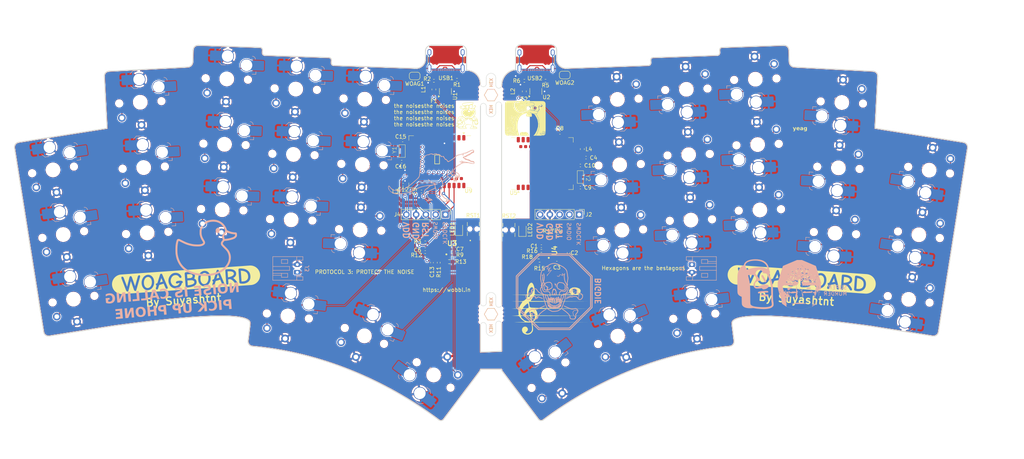
<source format=kicad_pcb>
(kicad_pcb (version 20240108) (generator "pcbnew") (generator_version "8.0")
  (layers (0 "F.Cu" signal) (31 "B.Cu" signal) (34 "B.Paste" user) (35 "F.Paste" user) (36 "B.SilkS" user "B.Silkscreen") (37 "F.SilkS" user "F.Silkscreen") (38 "B.Mask" user) (39 "F.Mask" user) (44 "Edge.Cuts" user))
  (net 0 "")
  (net 1 "GND")
  (net 2 "+5V")
  (net 3 "+VSW")
  (net 4 "+BATT")
  (net 5 "VDD")
  (net 6 "Net-(U9-P0.00{slash}XL1)")
  (net 7 "Net-(U9-P0.01{slash}XL2)")
  (net 8 "Switch13")
  (net 9 "Switch8")
  (net 10 "Switch3")
  (net 11 "Switch14")
  (net 12 "Switch9")
  (net 13 "Switch4")
  (net 14 "Switch15")
  (net 15 "Switch10")
  (net 16 "Switch5")
  (net 17 "Switch16")
  (net 18 "Switch17")
  (net 19 "Switch18")
  (net 20 "Switch1")
  (net 21 "Switch6")
  (net 22 "Switch11")
  (net 23 "Switch2")
  (net 24 "Switch7")
  (net 25 "Switch12")
  (net 26 "Net-(F1-Pad1)")
  (net 27 "VBUS")
  (net 28 "Net-(USB1-CC1)")
  (net 29 "USB-D+")
  (net 30 "USB-D-")
  (net 31 "Net-(USB1-CC2)")
  (net 32 "USB-Din-")
  (net 33 "RST")
  (net 34 "SWDIO")
  (net 35 "SWDCLK")
  (net 36 "DCCH")
  (net 37 "Net-(U3-TS)")
  (net 38 "/TMR")
  (net 39 "/ILIM")
  (net 40 "Net-(U3-ISET)")
  (net 42 "USB-Din+")
  (net 43 "USB-R-Din+")
  (net 52 "USB-R-Din-")
  (net 56 "Net-(U5-P0.00{slash}XL1)")
  (net 57 "Net-(U5-P0.01{slash}XL2)")
  (net 58 "Net-(F2-Pad1)")
  (net 59 "Net-(USB2-CC1)")
  (net 60 "Net-(USB2-CC2)")
  (net 61 "Net-(U4-TS)")
  (net 62 "Net-(U4-ISET)")
  (net 63 "Net-(USB1-SHIELD)")
  (net 78 "Net-(USB2-SHIELD)")
  (net 79 "Switch19")
  (net 80 "Switch20")
  (net 81 "Switch21")
  (net 82 "Switch22")
  (net 83 "Switch23")
  (net 84 "Switch24")
  (net 85 "Switch25")
  (net 86 "Switch26")
  (net 87 "Switch27")
  (net 88 "Switch28")
  (net 89 "Switch29")
  (net 90 "Switch30")
  (net 91 "Switch31")
  (net 92 "Switch32")
  (net 93 "Switch33")
  (net 94 "Switch34")
  (net 95 "Switch35")
  (net 96 "Switch36")
  (net 97 "RST-R")
  (net 98 "SWDCLK-R")
  (net 99 "SWDIO-R")
  (net 100 "USB-R-D+")
  (net 101 "USB-R-D-")
  (net 102 "DCCH-R")
  (net 103 "Net-(LED1-K)")
  (net 104 "Net-(LED2-K)")
  (net 105 "Net-(U3-~{CHG})")
  (net 106 "Net-(U4-~{CHG})")
  (net 111 "+VSW-R")
  (net 112 "/ILIM-R")
  (net 113 "+5V-R")
  (net 114 "+BATT-R")
  (net 115 "VDD-R")
  (net 116 "VBUS-R")
  (net 117 "/TMR-R")
  (footprint "Capacitor_SMD:C_0402_1005Metric" (layer "F.Cu") (at 123.77 63.25 180)
    (property "Reference" "C5")
    (property "Value" "4u7")
  )
  (footprint "Resistor_SMD:R_0402_1005Metric" (layer "F.Cu") (at 159.25 74.75)
    (property "Reference" "R4")
    (property "Value" "1k5")
  )
  (footprint "Capacitor_SMD:C_0402_1005Metric" (layer "F.Cu") (at 166.53 54.45)
    (property "Reference" "C4")
    (property "Value" "1u")
  )
  (footprint "PCM_marbastlib-various:nRF52840_E73-2G4M08S1C" (layer "F.Cu") (at 153.96377 55.993566 90)
    (property "Reference" "U5")
    (property "Value" "nRF52840_E73-2G4M08S1C" (hide yes))
  )
  (footprint "LOGO" (layer "F.Cu") (at 157.25 93.75)
    (property "Reference" "G***" (hide yes))
    (property "Value" "LOGO" (hide yes))
  )
  (footprint "Capacitor_SMD:C_0402_1005Metric" (layer "F.Cu") (at 118.88 50 180)
    (property "Reference" "C15")
    (property "Value" "18p")
  )
  (footprint "Library:Q13FC13500004" (layer "F.Cu") (at 118.75 52.5 90)
    (property "Reference" "Y1")
    (property "Value" "32.768 KHz")
  )
  (footprint "Connector_PinHeader_2.54mm:PinHeader_1x05_P2.54mm_Vertical" (layer "F.Cu") (at 164.75 69.25 -90)
    (property "Reference" "J2")
    (property "Value" "Flash connection")
  )
  (footprint "Jumper:SolderJumper-2_P1.3mm_Bridged2Bar_RoundedPad1.0x1.5mm" (layer "F.Cu") (at 161 33)
    (property "Reference" "WOAG2")
    (property "Value" "SHIELDNET")
  )
  (footprint "Jumper:SolderJumper-2_P1.3mm_Bridged2Bar_RoundedPad1.0x1.5mm" (layer "F.Cu") (at 122 33.25 180)
    (property "Reference" "WOAG1")
    (property "Value" "SHIELDNET")
  )
  (footprint "PCM_marbastlib-various:USB_C_Receptacle_HRO_TYPE-C-31-M-12" (layer "F.Cu") (at 153.55 28.19 180)
    (property "Reference" "USB2")
    (property "Value" "HRO_TYPE-C-31-M-14")
  )
  (footprint "Resistor_SMD:R_0402_1005Metric" (layer "F.Cu") (at 124.75 76.5)
    (property "Reference" "R3")
    (property "Value" "1k5")
  )
  (footprint "Capacitor_SMD:C_0402_1005Metric" (layer "F.Cu") (at 124.75 78.25 180)
    (property "Reference" "C6")
    (property "Value" "4u7")
  )
  (footprint "kibuzzard-66E93FFE" (layer "F.Cu") (at 62.6 86.2 4)
    (property "Reference" "kibuzzard-66E93FFE" (hide yes))
    (property "Value" "G***" (hide yes))
  )
  (footprint "PCM_marbastlib-various:mousebites_5p5mm_easysnap" (layer "F.Cu") (at 144.6 95.15)
    (property "Reference" "Snap1" (hide yes))
    (property "Value" "5.5mm" (hide yes))
    (fp_line (start -4 -4.4) (end -4 -2.9) (stroke (width 0.1)) (layer "Edge.Cuts"))
    (fp_line (start -4 2.9) (end -4 4.4) (stroke (width 0.1)) (layer "Edge.Cuts"))
    (fp_line (start -1.5 -2.53) (end -1.5 -4.4) (stroke (width 0.1)) (layer "Edge.Cuts"))
    (fp_line (start -1.5 4.4) (end -1.5 2.53) (stroke (width 0.1)) (layer "Edge.Cuts"))
    (fp_arc (start -5.5 2.9) (mid -4.75 2.15) (end -4 2.9) (stroke (width 0.1)) (layer "Edge.Cuts"))
    (fp_arc (start -4 -4.4) (mid -2.75 -5.65) (end -1.5 -4.4) (stroke (width 0.1)) (layer "Edge.Cuts"))
    (fp_arc (start -4 -2.9) (mid -4.75 -2.15) (end -5.5 -2.9) (stroke (width 0.1)) (layer "Edge.Cuts"))
    (fp_arc (start -1.5 2.53) (mid -0.75 1.78) (end 0 2.53) (stroke (width 0.1)) (layer "Edge.Cuts"))
    (fp_arc (start -1.5 4.4) (mid -2.75 5.65) (end -4 4.4) (stroke (width 0.1)) (layer "Edge.Cuts"))
    (fp_arc (start 0 -2.53) (mid -0.75 -1.78) (end -1.5 -2.53) (stroke (width 0.1)) (layer "Edge.Cuts"))
  )
  (footprint "Library:Q13FC13500004" (layer "F.Cu") (at 165.06877 59.743566 -90)
    (property "Reference" "Y2")
    (property "Value" "32.768 KHz")
  )
  (footprint "LOGO" (layer "F.Cu") (at 135.84582 41.447378)
    (property "Reference" "G***" (hide yes))
    (property "Value" "LOGO" (hide yes))
  )
  (footprint "Capacitor_SMD:C_0402_1005Metric" (layer "F.Cu") (at 126.5 81.75 -90)
    (property "Reference" "C13")
    (property "Value" "4u7")
  )
  (footprint "Resistor_SMD:R_0402_1005Metric" (layer "F.Cu") (at 154.45 82 180)
    (property "Reference" "R15")
    (property "Value" "10k")
  )
  (footprint "Inductor_SMD:L_0402_1005Metric" (layer "F.Cu") (at 148.75 37.25 -90)
    (property "Reference" "L2")
    (property "Value" "BLM15PX121SN1D")
  )
  (footprint "PCM_marbastlib-various:mousebites_5p5mm_easysnap" (layer "F.Cu") (at 144.6 38.2)
    (property "Reference" "Snap2" (hide yes))
    (property "Value" "5.5mm" (hide yes))
    (fp_line (start -4 -4.4) (end -4 -2.9) (stroke (width 0.1)) (layer "Edge.Cuts"))
    (fp_line (start -4 2.9) (end -4 4.4) (stroke (width 0.1)) (layer "Edge.Cuts"))
    (fp_line (start -1.5 -2.53) (end -1.5 -4.4) (stroke (width 0.1)) (layer "Edge.Cuts"))
    (fp_line (start -1.5 4.4) (end -1.5 2.53) (stroke (width 0.1)) (layer "Edge.Cuts"))
    (fp_arc (start -5.5 2.9) (mid -4.75 2.15) (end -4 2.9) (stroke (width 0.1)) (layer "Edge.Cuts"))
    (fp_arc (start -4 -4.4) (mid -2.75 -5.65) (end -1.5 -4.4) (stroke (width 0.1)) (layer "Edge.Cuts"))
    (fp_arc (start -4 -2.9) (mid -4.75 -2.15) (end -5.5 -2.9) (stroke (width 0.1)) (layer "Edge.Cuts"))
    (fp_arc (start -1.5 2.53) (mid -0.75 1.78) (end 0 2.53) (stroke (width 0.1)) (layer "Edge.Cuts"))
    (fp_arc (start -1.5 4.4) (mid -2.75 5.65) (end -4 4.4) (stroke (width 0.1)) (layer "Edge.Cuts"))
    (fp_arc (start 0 -2.53) (mid -0.75 -1.78) (end -1.5 -2.53) (stroke (width 0.1)) (layer "Edge.Cuts"))
  )
  (footprint "Inductor_SMD:L_0402_1005Metric" (layer "F.Cu") (at 125.5 36.735 -90)
    (property "Reference" "L1")
    (property "Value" "BLM15PX121SN1D")
  )
  (footprint "Capacitor_SMD:C_0402_1005Metric" (layer "F.Cu") (at 119 61.5)
    (property "Reference" "C12")
    (property "Value" "1u")
  )
  (footprint "EVQ-P7C01P:SW_EVQ-P7C01P" (layer "F.Cu") (at 137.25 73 90)
    (property "Reference" "RST1")
    (property "Value" "EVQ-P7C01P")
  )
  (footprint "Connector_PinHeader_2.54mm:PinHeader_1x05_P2.54mm_Vertical" (layer "F.Cu") (at 130 69.25 -90)
    (property "Reference" "J4")
    (property "Value" "Flash connection")
  )
  (footprint "LED_SMD:LED_0805_2012Metric" (layer "F.Cu") (at 150 73.25 90)
    (property "Reference" "LED2")
    (property "Value" "Orange")
  )
  (footprint "Inductor_SMD:L_0603_1608Metric" (layer "F.Cu") (at 119.5 63.25 180)
    (property "Reference" "L3")
    (property "Value" "10 uH")
  )
  (footprint "Resistor_SMD:R_0402_1005Metric" (layer "F.Cu") (at 156.75 74.75 180)
    (property "Reference" "R17")
    (property "Value" "1k5")
  )
  (footprint "EVQ-P7C01P:SW_EVQ-P7C01P" (layer "F.Cu") (at 146.5 73.25 -90)
    (property "Reference" "RST2")
    (property "Value" "EVQ-P7C01P")
  )
  (footprint "SamacSys_Parts:QFN50P300X300X80-17N-D" (layer "F.Cu") (at 158.35 78.6 90)
    (property "Reference" "U4")
    (property "Value" "BQ24075" (hide yes))
  )
  (footprint "Capacitor_SMD:C_0402_1005Metric" (layer "F.Cu") (at 154.93123 77.45 180)
    (property "Reference" "C1")
    (property "Value" "4u7")
  )
  (footprint "Package_TO_SOT_SMD:SOT-23-6" (layer "F.Cu") (at 153.5 37.25 90)
    (property "Reference" "U2")
    (property "Value" "USBLC6-2")
  )
  (footprint "Fuse:Fuse_0603_1608Metric" (layer "F.Cu") (at 150.5 37.25 -90)
    (property "Reference" "F2")
    (property "Value" "750 mA")
  )
  (footprint "kibuzzard-66E93FFE" (layer "F.Cu") (at 222.575 86.1 -4)
    (property "Reference" "kibuzzard-66E93FFE" (hide yes))
    (property "Value" "G***" (hide yes))
  )
  (footprint "Capacitor_SMD:C_0402_1005Metric" (layer "F.Cu") (at 165.06877 56.5)
    (property "Reference" "C10")
    (property "Value" "12p")
  )
  (footprint "Capacitor_SMD:C_0402_1005Metric" (layer "F.Cu") (at 159.75 48)
    (property "Reference" "C8")
    (property "Value" "4u7")
  )
  (footprint "Resistor_SMD:R_0402_1005Metric" (layer "F.Cu") (at 133 34.25)
    (property "Reference" "R1")
    (property "Value" "5k1")
  )
  (footprint "Resistor_SMD:R_0402_1005Metric" (layer "F.Cu") (at 131.75 79.75)
    (property "Reference" "R9")
    (property "Value" "10k")
  )
  (footprint "Resistor_SMD:R_0402_1005Metric" (layer "F.Cu") (at 154.93123 78.7 180)
    (property "Reference" "R16")
    (property "Value" "47k")
  )
  (footprint "Resistor_SMD:R_0402_1005Metric" (layer "F.Cu") (at 156 34.5 180)
    (property "Reference" "R5")
    (property "Value" "5k1")
  )
  (footprint "PCM_marbastlib-various:USB_C_Receptacle_HRO_TYPE-C-31-M-12" (layer "F.Cu") (at 130.15 28.14 180)
    (property "Reference" "USB1")
    (property "Value" "HRO_TYPE-C-31-M-14")
  )
  (footprint "PCM_marbastlib-various:nRF52840_E73-2G4M08S1C" (layer "F.Cu") (at 129.75 55.5 -90)
    (property "Reference" "U9")
    (property "Value" "nRF52840_E73-2G4M08S1C" (hide yes))
  )
  (footprint "LOGO" (layer "F.Cu") (at 150.75 44.25)
    (property "Reference" "G***" (hide yes))
    (property "Value" "LOGO" (hide yes))
  )
  (footprint "Capacitor_SMD:C_0402_1005Metric" (layer "F.Cu") (at 118.63 55.5 180)
    (property "Reference" "C16")
    (property "Value" "18p")
  )
  (footprint "Fuse:Fuse_0603_1608Metric" (layer "F.Cu") (at 127 36.75 -90)
    (property "Reference" "F1")
    (property "Value" "750 mA")
  )
  (footprint "Capacitor_SMD:C_0402_1005Metric" (layer "F.Cu") (at 158.95 81.75)
    (property "Reference" "C3")
    (property "Value" "4u7")
  )
  (footprint "Resistor_SMD:R_0603_1608Metric" (layer "F.Cu") (at 131 81.5)
    (property "Reference" "R13")
    (property "Value" "3k9")
  )
  (footprint "LED_SMD:LED_0805_2012Metric" (layer "F.Cu") (at 133.5 73 90)
    (property "Reference" "LED1")
    (property "Value" "Orange")
  )
  (footprint "SamacSys_Parts:QFN50P300X300X80-17N-D" (layer "F.Cu") (at 128.35 78.1 180)
    (property "Reference" "U3")
    (property "Value" "BQ24075" (hide yes))
  )
  (footprint "Capacitor_SMD:C_0402_1005Metric" (layer "F.Cu") (at 131.75 78.25)
    (property "Reference" "C7")
    (property "Value" "4u7")
  )
  (footprint "Resistor_SMD:R_0402_1005Metric" (layer "F.Cu") (at 124.75 79.75 180)
    (property "Reference" "R12")
    (property "Value" "1k5")
  )
  (footprint "Capacitor_SMD:C_0402_1005Metric" (layer "F.Cu") (at 165.06877 62.243566)
    (property "Reference" "C9")
    (property "Value" "12p")
  )
  (footprint "Capacitor_SMD:C_0402_1005Metric" (layer "F.Cu") (at 162 79.206434 -90)
    (property "Reference" "C2")
    (property "Value" "4u7")
  )
  (footprint "Resistor_SMD:R_0402_1005Metric" (layer "F.Cu") (at 127 34.5 180)
    (property "Reference" "R2")
    (property "Value" "5k1")
  )
  (footprint "Resistor_SMD:R_0402_1005Metric" (layer "F.Cu") (at 128.25 81.75 -90)
    (property "Reference" "R11")
    (property "Value" "47k")
  )
  (footprint "Package_TO_SOT_SMD:SOT-23-6" (layer "F.Cu") (at 130 37.25 90)
    (property "Reference" "U1")
    (property "Value" "USBLC6-2")
  )
  (footprint "Resistor_SMD:R_0603_1608Metric" (layer "F.Cu") (at 154.2 80.25 180)
    (property "Reference" "R18")
    (property "Value" "3k9")
  )
  (footprint "Resistor_SMD:R_0402_1005Metric" (layer "F.Cu") (at 150.5 34.5)
    (property "Reference" "R6")
    (property "Value" "5k1")
  )
  (footprint "Inductor_SMD:L_0603_1608Metric" (layer "F.Cu") (at 165.56877 52.243566 -90)
    (property "Reference" "L4")
    (property "Value" "10 uH")
  )
  (footprint "Library:SW_choc_v1_HS_Solder" (layer "B.Cu") (at 231.22478 74.086932 177)
    (property "Reference" "SW32")
    (property "Value" "SW_Push")
  )
  (footprint "Library:SW_choc_v1_HS_Solder" (layer "B.Cu") (at 126.927396 110.93588 143)
    (property "Reference" "SW18")
    (property "Value" "SW_Push")
  )
  (footprint "Library:SW_choc_v1_HS_Solder" (layer "B.Cu") (at 30.685446 74.445312 9)
    (property "Reference" "SW6")
    (property "Value" "SW_Push")
  )
  (footprint "Library:SW_choc_v1_HS_Solder" (layer "B.Cu") (at 174.76868 100.841124 22)
    (property "Reference" "SW35")
    (property "Value" "SW_Push")
  )
  (footprint "Library:SW_choc_v1_HS_Solder" (layer "B.Cu") (at 253.028162 74.502854 171)
    (property "Reference" "SW28")
    (property "Value" "SW_Push")
  )
  (footprint "Library:SW_choc_v1_HS_Solder" (layer "B.Cu") (at 210.527012 34.078248 -178)
    (property "Reference" "SW21")
    (property "Value" "SW_Push")
  )
  (footprint "Library:SW_choc_v1_HS_Solder" (layer "B.Cu") (at 193.201076 53.69487 -178)
    (property "Reference" "SW25")
    (property "Value" "SW_Push")
  )
  (footprint "Library:SW_choc_v1_HS_Solder" (layer "B.Cu") (at 89.046738 95.61174 -7)
    (property "Reference" "SW16")
    (property "Value" "SW_Push")
  )
  (footprint "Library:SW_choc_v1_HS_Solder" (layer "B.Cu") (at 175.875122 73.311477 -178)
    (property "Reference" "SW29")
    (property "Value" "SW_Push")
  )
  (footprint "Library:SW_choc_v1_HS_Solder" (layer "B.Cu") (at 232.114502 57.110239 177)
    (property "Reference" "SW27")
    (property "Value" "SW_Push")
  )
  (footprint "Library:SW_choc_v1_HS_Solder" (layer "B.Cu") (at 108.431766 56.264304 -2)
    (property "Reference" "SW10")
    (property "Value" "SW_Push")
  )
  (footprint "Library:SW_choc_v1_HS_Solder" (layer "B.Cu") (at 108.94491 100.783582 -22)
    (property "Reference" "SW17")
    (property "Value" "SW_Push")
  )
  (footprint "Library:SW_choc_v1_HS_Solder" (layer "B.Cu") (at 33.34482 91.236024 9)
    (property "Reference" "SW11")
    (property "Value" "SW_Push")
  )
  (footprint "Library:SW_choc_v1_HS_Solder" (layer "B.Cu") (at 211.12031 51.067895 -178)
    (property "Reference" "SW26")
    (property "Value" "SW_Push")
  )
  (footprint "Library:SW_choc_v1_HS_Solder" (layer "B.Cu") (at 250.36877 91.293566 171)
    (property "Reference" "SW33")
    (property "Value" "SW_Push")
  )
  (footprint "Library:SW_choc_v1_HS_Solder" (layer "B.Cu") (at 28.026054 57.654616 9)
    (property "Reference" "SW1")
    (property "Value" "SW_Push")
  )
  (footprint "Connector_JST:JST_PH_S2B-PH-K_1x02_P2.00mm_Horizontal" (layer "B.Cu") (at 194.05 82.25 -90)
    (property "Reference" "J1")
    (property "Value" "Battery JST")
  )
  (footprint "LOGO" (layer "B.Cu") (at 67.85 77.9 180)
    (property "Reference" "G***" (hide yes))
    (property "Value" "LOGO" (hide yes))
  )
  (footprint "Library:SW_choc_v1_HS_Solder" (layer "B.Cu") (at 107.838468 73.253935 178)
    (property "Reference" "SW15")
    (property "Value" "SW_Push")
  )
  (footprint "Library:SW_choc_v1_HS_Solder" (layer "B.Cu") (at 52.48881 74.02939 3)
    (property "Reference" "SW12")
    (property "Value" "SW_Push")
  )
  (footprint "Library:SW_choc_v1_HS_Solder" (layer "B.Cu") (at 192.607778 36.705223 -178)
    (property "Reference" "SW20")
    (property "Value" "SW_Push")
  )
  (footprint "Connector_JST:JST_PH_S2B-PH-K_1x02_P2.00mm_Horizontal" (layer "B.Cu") (at 91.5 84.25 90)
    (property "Reference" "J3")
    (property "Value" "Battery JST")
  )
  (footprint "Library:SW_choc_v1_HS_Solder" (layer "B.Cu") (at 72 68 -2)
    (property "Reference" "SW13")
    (property "Value" "SW_Push")
  )
  (footprint "Library:SW_choc_v1_HS_Solder" (layer "B.Cu") (at 175.281842 56.321846 -178)
    (property "Reference" "SW24")
    (property "Value" "SW_Push")
  )
  (footprint "Library:SW_choc_v1_HS_Solder" (layer "B.Cu") (at 72.59328 51.010353 -2)
    (property "Reference" "SW8")
    (property "Value" "SW_Push")
  )
  (footprint "Library:SW_choc_v1_HS_Solder" (layer "B.Cu") (at 90.512532 53.637328 -2)
    (property "Reference" "SW9")
    (property "Value" "SW_Push")
  )
  (footprint "LOGO" (layer "B.Cu") (at 158.295966 89.282068 180)
    (property "Reference" "G***" (hide yes))
    (property "Value" "LOGO" (hide yes))
  )
  (footprint "Library:SW_choc_v1_HS_Solder" (layer "B.Cu") (at 255.687536 57.712158 171)
    (property "Reference" "SW23")
    (property "Value" "SW_Push")
  )
  (footprint "LOGO" (layer "B.Cu") (at 210.55 87.35 180)
    (property "Reference" "G***" (hide yes))
    (property "Value" "LOGO" (hide yes))
  )
  (footprint "Library:SW_choc_v1_HS_Solder" (layer "B.Cu") (at 193.794356 70.684517 -178)
    (property "Reference" "SW30")
    (property "Value" "SW_Push")
  )
  (footprint "Library:SW_choc_v1_HS_Solder" (layer "B.Cu") (at 233.004206 40.133528 177)
    (property "Reference" "SW22")
    (property "Value" "SW_Push")
  )
  (footprint "Library:SW_choc_v1_HS_Solder" (layer "B.Cu") (at 51.599106 57.052697 3)
    (property "Reference" "SW7")
    (property "Value" "SW_Push")
  )
  (footprint "Library:SW_choc_v1_HS_Solder" (layer "B.Cu") (at 156.786212 110.993422 37)
    (property "Reference" "SW36")
    (property "Value" "SW_Push")
  )
  (footprint "LOGO" (layer "B.Cu") (at 127.62 57.52 180)
    (property "Reference" "G***" (hide yes))
    (property "Value" "LOGO" (hide yes))
  )
  (footprint "Library:SW_choc_v1_HS_Solder" (layer "B.Cu") (at 50.709384 40.075986 3)
    (property "Reference" "SW2")
    (property "Value" "SW_Push")
  )
  (footprint "Library:SW_choc_v1_HS_Solder" (layer "B.Cu") (at 194.666852 95.669282 7)
    (property "Reference" "SW34")
    (property "Value" "SW_Push")
  )
  (footprint "Library:SW_choc_v1_HS_Solder" (layer "B.Cu") (at 73.186578 34.020706 -2)
    (property "Reference" "SW3")
    (property "Value" "SW_Push")
  )
  (footprint "LOGO" (layer "B.Cu") (at 221.975 87.55 180)
    (property "Reference" "G***" (hide yes))
    (property "Value" "LOGO" (hide yes))
  )
  (footprint "Library:SW_choc_v1_HS_Solder" (layer "B.Cu") (at 91.105812 36.647681 -2)
    (property "Reference" "SW4")
    (property "Value" "SW_Push")
  )
  (footprint "Library:SW_choc_v1_HS_Solder" (layer "B.Cu") (at 211.71359 68.057542 -178)
    (property "Reference" "SW31")
    (property "Value" "SW_Push")
  )
  (footprint "Library:SW_choc_v1_HS_Solder" (layer "B.Cu") (at 89.919234 70.626975 -2)
    (property "Reference" "SW14")
    (property "Value" "SW_Push")
  )
  (footprint "Library:SW_choc_v1_HS_Solder" (layer "B.Cu") (at 109.025046 39.274657 -2)
    (property "Reference" "SW5")
    (property "Value" "SW_Push")
  )
  (footprint "Library:SW_choc_v1_HS_Solder" (layer "B.Cu") (at 174.688544 39.332199 -178)
    (property "Reference" "SW19")
    (property "Value" "SW_Push")
  )
  (gr_line (start 42.568327 31.996636) (end 63.007239 30.925478) (stroke (width 0.2)) (layer "Edge.Cuts"))
  (gr_line (start 183.321834 29.115174) (end 183.346937 29.834035) (stroke (width 0.2)) (layer "Edge.Cuts"))
  (gr_arc (start 144.6 35.669999) (mid 145.634359 32.938703) (end 148.215 31.571164) (stroke (width 0.2)) (layer "Edge.Cuts"))
  (gr_curve (pts (xy 240.135349 98.220528) (xy 216.343748 95.028323) (xy 204.453785 94.792746) (xy 204.46546 97.513797)) (stroke (width 0.2)) (layer "Edge.Cuts"))
  (gr_arc (start 161.415 31.242698) (mid 159.55795 30.475203) (end 158.915832 28.571164) (stroke (width 0.2)) (layer "Edge.Cuts"))
  (gr_line (start 158.915832 26.610402) (end 158.915832 28.571164) (stroke (width 0.2)) (layer "Edge.Cuts"))
  (gr_arc (start 81.843399 25.819815) (mid 82.285917 26.021482) (end 82.456224 26.47699) (stroke (width 0.2)) (layer "Edge.Cuts"))
  (gr_arc (start 133.960762 25.25) (mid 135.049168 25.700832) (end 135.5 26.789238) (stroke (width 0.2)) (layer "Edge.Cuts"))
  (gr_arc (start 148.215 26.610402) (mid 148.665832 25.521996) (end 149.754238 25.071164) (stroke (width 0.2)) (layer "Edge.Cuts"))
  (gr_arc (start 264.605897 50.46056) (mid 265.455579 50.981246) (end 265.688214 51.950243) (stroke (width 0.2)) (layer "Edge.Cuts"))
  (gr_arc (start 139.1 109.472505) (mid 139.058458 109.72758) (end 138.938127 109.956293) (stroke (width 0.2)) (layer "Edge.Cuts"))
  (gr_arc (start 129.509187 122.468919) (mid 128.947325 122.800484) (end 128.315317 122.638645) (stroke (width 0.2)) (layer "Edge.Cuts"))
  (gr_arc (start 79.863461 103.50313) (mid 78.972838 103.029477) (end 78.69482 102.059806) (stroke (width 0.2)) (layer "Edge.Cuts"))
  (gr_arc (start 201.243776 26.47699) (mid 201.414083 26.021482) (end 201.856601 25.819815) (stroke (width 0.2)) (layer "Edge.Cuts"))
  (gr_line (start 204.485113 97.824193) (end 205.00518 102.059806) (stroke (width 0.2)) (layer "Edge.Cuts"))
  (gr_arc (start 135.5 31.75) (mid 138.04251 32.772032) (end 139.1 35.3) (stroke (width 0.2)) (layer "Edge.Cuts"))
  (gr_line (start 241.131673 31.996636) (end 220.692761 30.925478) (stroke (width 0.2)) (layer "Edge.Cuts"))
  (gr_line (start 100.972644 30.498454) (end 122.285 31.242698) (stroke (width 0.2)) (layer "Edge.Cuts"))
  (gr_line (start 64.337168 29.572132) (end 64.445085 26.481799) (stroke (width 0.2)) (layer "Edge.Cuts"))
  (gr_arc (start 204.485113 97.824193) (mid 204.470711 97.669285) (end 204.46546 97.513797) (stroke (width 0.2)) (layer "Edge.Cuts"))
  (gr_arc (start 205.00518 102.059806) (mid 204.727162 103.029477) (end 203.836539 103.50313) (stroke (width 0.2)) (layer "Edge.Cuts"))
  (gr_line (start 183.941414 28.450755) (end 200.651543 27.867224) (stroke (width 0.2)) (layer "Edge.Cuts"))
  (gr_line (start 19.094103 50.46056) (end 42.055852 46.823777) (stroke (width 0.2)) (layer "Edge.Cuts"))
  (gr_curve (pts (xy 203.836539 103.50313) (xy 186.75728 104.999377) (xy 169.608554 111.991043) (xy 155.384683 122.638645)) (stroke (width 0.2)) (layer "Edge.Cuts"))
  (gr_line (start 148.215 31.571164) (end 148.215 26.610402) (stroke (width 0.2)) (layer "Edge.Cuts"))
  (gr_line (start 79.214887 97.824193) (end 78.69482 102.059806) (stroke (width 0.2)) (layer "Edge.Cuts"))
  (gr_line (start 27.072261 100.832666) (end 43.564651 98.220528) (stroke (width 0.2)) (layer "Edge.Cuts"))
  (gr_arc (start 41.349723 33.350032) (mid 41.678727 32.420953) (end 42.568327 31.996636) (stroke (width 0.2)) (layer "Edge.Cuts"))
  (gr_line (start 124.799168 26.789238) (end 124.799168 28.75) (stroke (width 0.2)) (layer "Edge.Cuts"))
  (gr_arc (start 183.321834 29.115174) (mid 183.494018 28.654645) (end 183.941414 28.450755) (stroke (width 0.2)) (layer "Edge.Cuts"))
  (gr_arc (start 217.942636 25.258078) (mid 218.852216 25.598157) (end 219.254915 26.481799) (stroke (width 0.2)) (layer "Edge.Cuts"))
  (gr_curve (pts (xy 79.863461 103.50313) (xy 96.94272 104.999377) (xy 114.091446 111.991043) (xy 128.315317 122.638645)) (stroke (width 0.2)) (layer "Edge.Cuts"))
  (gr_arc (start 64.445085 26.481799) (mid 64.847784 25.598157) (end 65.757364 25.258078) (stroke (width 0.2)) (layer "Edge.Cuts"))
  (gr_line (start 99.758586 28.450755) (end 83.048457 27.867224) (stroke (width 0.2)) (layer "Edge.Cuts"))
  (gr_arc (start 124.799168 26.789238) (mid 125.25 25.700832) (end 126.338406 25.25) (stroke (width 0.2)) (layer "Edge.Cuts"))
  (gr_line (start 264.605897 50.46056) (end 241.644148 46.823777) (stroke (width 0.2)) (layer "Edge.Cuts"))
  (gr_arc (start 220.692761 30.925478) (mid 219.764653 30.507395) (end 219.362832 29.572132) (stroke (width 0.2)) (layer "Edge.Cuts"))
  (gr_line (start 139.1 41.1) (end 139.1 92.25) (stroke (width 0.2)) (layer "Edge.Cuts"))
  (gr_arc (start 99.758586 28.450755) (mid 100.205982 28.654645) (end 100.378166 29.115174) (stroke (width 0.2)) (layer "Edge.Cuts"))
  (gr_line (start 133.960762 25.25) (end 126.338406 25.25) (stroke (width 0.2)) (layer "Edge.Cuts"))
  (gr_line (start 201.243776 26.47699) (end 201.269194 27.204875) (stroke (width 0.2)) (layer "Edge.Cuts"))
  (gr_line (start 129.509187 122.468919) (end 138.938127 109.956293) (stroke (width 0.2)) (layer "Edge.Cuts"))
  (gr_arc (start 64.337168 29.572132) (mid 63.935347 30.507395) (end 63.007239 30.925478) (stroke (width 0.2)) (layer "Edge.Cuts"))
  (gr_line (start 82.456224 26.47699) (end 82.430806 27.204875) (stroke (width 0.2)) (layer "Edge.Cuts"))
  (gr_line (start 42.055852 46.823777) (end 41.349723 33.350032) (stroke (width 0.2)) (layer "Edge.Cuts"))
  (gr_arc (start 18.011786 51.950243) (mid 18.244421 50.981246) (end 19.094103 50.46056) (stroke (width 0.2)) (layer "Edge.Cuts"))
  (gr_line (start 201.856601 25.819815) (end 217.942636 25.258078) (stroke (width 0.2)) (layer "Edge.Cuts"))
  (gr_arc (start 27.072261 100.832666) (mid 26.103264 100.60003) (end 25.582579 99.750348) (stroke (width 0.2)) (layer "Edge.Cuts"))
  (gr_arc (start 124.799168 28.75) (mid 124.080835 30.539741) (end 122.285 31.242698) (stroke (width 0.2)) (layer "Edge.Cuts"))
  (gr_line (start 139.1 109.472505) (end 144.6 109.472505) (stroke (width 0.2)) (layer "Edge.Cuts"))
  (gr_arc (start 155.384683 122.638645) (mid 154.752675 122.800484) (end 154.190813 122.468919) (stroke (width 0.2)) (layer "Edge.Cuts"))
  (gr_arc (start 144.761873 109.956293) (mid 144.641542 109.72758) (end 144.6 109.472505) (stroke (width 0.2)) (layer "Edge.Cuts"))
  (gr_line (start 182.727356 30.498454) (end 161.415 31.242698) (stroke (width 0.2)) (layer "Edge.Cuts"))
  (gr_arc (start 83.048457 27.867224) (mid 82.602454 27.663969) (end 82.430806 27.204875) (stroke (width 0.2)) (layer "Edge.Cuts"))
  (gr_line (start 144.6 104.75) (end 139.1 105) (stroke (width 0.2)) (layer "Edge.Cuts"))
  (gr_line (start 154.190813 122.468919) (end 144.761873 109.956293) (stroke (width 0.2)) (layer "Edge.Cuts"))
  (gr_arc (start 183.346937 29.834035) (mid 183.174752 30.294564) (end 182.727356 30.498454) (stroke (width 0.2)) (layer "Edge.Cuts"))
  (gr_line (start 135.5 31.75) (end 135.5 26.789238) (stroke (width 0.2)) (layer "Edge.Cuts"))
  (gr_line (start 81.843399 25.819815) (end 65.757364 25.258078) (stroke (width 0.2)) (layer "Edge.Cuts"))
  (gr_line (start 144.6 97.68) (end 144.6 104.75) (stroke (width 0.2)) (layer "Edge.Cuts"))
  (gr_line (start 258.117421 99.750348) (end 265.688214 51.950243) (stroke (width 0.2)) (layer "Edge.Cuts"))
  (gr_line (start 25.582579 99.750348) (end 18.011786 51.950243) (stroke (width 0.2)) (layer "Edge.Cuts"))
  (gr_arc (start 201.269194 27.204875) (mid 201.097546 27.663969) (end 200.651543 27.867224) (stroke (width 0.2)) (layer "Edge.Cuts"))
  (gr_line (start 219.362832 29.572132) (end 219.254915 26.481799) (stroke (width 0.2)) (layer "Edge.Cuts"))
  (gr_curve (pts (xy 43.564651 98.220528) (xy 67.356252 95.028323) (xy 79.246215 94.792746) (xy 79.23454 97.513797)) (stroke (width 0.2)) (layer "Edge.Cuts"))
  (gr_arc (start 79.23454 97.513797) (mid 79.229288 97.669285) (end 79.214887 97.824193) (stroke (width 0.2)) (layer "Edge.Cuts"))
  (gr_line (start 149.754238 25.071164) (end 157.376594 25.071164) (stroke (width 0.2)) (layer "Edge.Cuts"))
  (gr_arc (start 100.972644 30.498454) (mid 100.525248 30.294564) (end 100.353063 29.834035) (stroke (width 0.2)) (layer "Edge.Cuts"))
  (gr_arc (start 157.376594 25.071164) (mid 158.465 25.521996) (end 158.915832 26.610402) (stroke (width 0.2)) (layer "Edge.Cuts"))
  (gr_line (start 144.6 40.73) (end 144.6 92.62) (stroke (width 0.2)) (layer "Edge.Cuts"))
  (gr_line (start 241.644148 46.823777) (end 242.350277 33.350032) (stroke (width 0.2)) (layer "Edge.Cuts"))
  (gr_line (start 256.627739 100.832666) (end 240.135349 98.220528) (stroke (width 0.2)) (layer "Edge.Cuts"))
  (gr_arc (start 258.117421 99.750348) (mid 257.596736 100.60003) (end 256.627739 100.832666) (stroke (width 0.2)) (layer "Edge.Cuts"))
  (gr_line (start 139.1 98.05) (end 139.1 105) (stroke (width 0.2)) (layer "Edge.Cuts"))
  (gr_line (start 100.378166 29.115174) (end 100.353063 29.834035) (stroke (width 0.2)) (layer "Edge.Cuts"))
  (gr_arc (start 241.131673 31.996636) (mid 242.021273 32.420953) (end 242.350277 33.350032) (stroke (width 0.2)) (layer "Edge.Cuts"))
  (gr_text "RST" (at 160.5 71.25 90) (layer "B.SilkS") (effects (font (size 1.5 1.5) (thickness 0.3) (bold yes)) (justify left bottom mirror)))
  (gr_text "SWDCLK" (at 130.5 71 90) (layer "B.SilkS") (effects (font (size 1 1)) (justify left bottom mirror)))
  (gr_text "NOISE IS CALLING\nPICK UP PHONE" (at 59.5 95.5 5) (layer "B.SilkS") (effects (font (size 2.5 2.5) (thickness 0.2) (bold yes)) (justify bottom mirror)))
  (gr_text "BIGDIE" (at 170.5 85.55 90) (layer "B.SilkS") (effects (font (size 1.4 1.4) (thickness 0.28) (bold yes)) (justify left bottom mirror)))
  (gr_text "RST" (at 125.75 71 90) (layer "B.SilkS") (effects (font (size 1.5 1.5) (thickness 0.3) (bold yes)) (justify left bottom mirror)))
  (gr_text "GND" (at 123.25 71 90) (layer "B.SilkS") (effects (font (size 1.5 1.5) (thickness 0.3) (bold yes)) (justify left bottom mirror)))
  (gr_text "SWDCLK" (at 165.25 71.25 90) (layer "B.SilkS") (effects (font (size 1 1)) (justify left bottom mirror)))
  (gr_text "VDD" (at 155.5 71.25 90) (layer "B.SilkS") (effects (font (size 1.5 1.5) (thickness 0.3) (bold yes)) (justify left bottom mirror)))
  (gr_text "GND" (at 158 71.25 90) (layer "B.SilkS") (effects (font (size 1.5 1.5) (thickness 0.3) (bold yes)) (justify left bottom mirror)))
  (gr_text "SWDIO\n" (at 162.75 71.25 90) (layer "B.SilkS") (effects (font (size 1 1)) (justify left bottom mirror)))
  (gr_text "SWDIO\n" (at 128 71 90) (layer "B.SilkS") (effects (font (size 1 1)) (justify left bottom mirror)))
  (gr_text "VDD" (at 120.75 71 90) (layer "B.SilkS") (effects (font (size 1.5 1.5) (thickness 0.3) (bold yes)) (justify left bottom mirror)))
  (gr_text "SUPER\nMURDER" (at 234.45 90.375 0) (layer "B.SilkS") (effects (font (size 1 1)) (justify left bottom mirror)))
  (gr_text "Hexagons are the bestagons" (at 170.5 83.75 0) (layer "F.SilkS") (effects (font (size 1 1)) (justify left bottom)))
  (gr_text "By Suyashtnt" (at 52 93.375 4) (layer "F.SilkS") (effects (font (size 2 2) (thickness 0.35) (bold yes)) (justify left bottom)))
  (gr_text "yeag" (at 220.25 47.5 0) (layer "F.SilkS") (effects (font (size 1 1) (thickness 0.2) (bold yes)) (justify left bottom)))
  (gr_text "the noisesthe noises\nthe noisesthe noises\nthe noisesthe noises\nthe noisesthe noises" (at 116.5 46.42 0) (layer "F.SilkS") (effects (font (size 1 1)) (justify left bottom)))
  (gr_text "ඞ\n" (at 127 56 0) (layer "F.SilkS") (effects (font (size 2 2)) (justify left bottom)))
  (gr_text "By Suyashtnt" (at 211.079591 91.729938 -4) (layer "F.SilkS") (effects (font (size 2 2) (thickness 0.35) (bold yes)) (justify left bottom)))
  (gr_text "https://wobbl.in" (at 123.975 89.4 0) (layer "F.SilkS") (effects (font (size 1 1)) (justify left bottom)))
  (gr_text "PROTOCOL 3: PROTECT THE NOISE" (at 96 84.75 0) (layer "F.SilkS") (effects (font (size 1 1)) (justify left bottom)))
  (segment (start 145.775 72.258274) (end 146.425 72.908274) (width 0.25) (layer "F.Cu") (net 1))
  (segment (start 153.5 37.725001) (end 153.5 38.3875) (width 0.25) (layer "F.Cu") (net 1))
  (segment (start 149.99 34.5) (end 149.99 35.01) (width 0.25) (layer "F.Cu") (net 1))
  (segment (start 146.425 73.825) (end 145.775 74.475) (width 0.25) (layer "F.Cu") (net 1))
  (segment (start 123.125 64.875) (end 123.29 64.71) (width 0.25) (layer "F.Cu") (net 1))
  (segment (start 137.975 71.2) (end 137.975 72.008274) (width 0.25) (layer "F.Cu") (net 1))
  (segment (start 123.29 64.71) (end 123.29 63.25) (width 0.25) (layer "F.Cu") (net 1))
  (segment (start 129.1 77.35) (end 129.8 77.35) (width 0.25) (layer "F.Cu") (net 1))
  (segment (start 118.15 56.75) (end 118.15 55.5) (width 0.25) (layer "F.Cu") (net 1))
  (segment (start 129.7 49.3) (end 129.7 50.7) (width 0.25) (layer "F.Cu") (net 1))
  (segment (start 130.475001 37.25) (end 130 37.725001) (width 0.25) (layer "F.Cu") (net 1))
  (segment (start 119.827347 57.41) (end 121.05 57.41) (width 0.25) (layer "F.Cu") (net 1))
  (segment (start 153.975001 37.25) (end 153.5 37.725001) (width 0.25) (layer "F.Cu") (net 1))
  (segment (start 119.487347 57.75) (end 119.827347 57.41) (width 0.25) (layer "F.Cu") (net 1))
  (segment (start 129.1 77.35) (end 129.1 76.65) (width 0.25) (layer "F.Cu") (net 1))
  (segment (start 122.85 59.31) (end 122.85 60.15) (width 0.25) (layer "F.Cu") (net 1))
  (segment (start 119.48 61.5) (end 119.48 60.52) (width 0.25) (layer "F.Cu") (net 1))
  (segment (start 149.285 33.25) (end 148.25 33.25) (width 0.25) (layer "F.Cu") (net 1))
  (segment (start 121.5 64.75) (end 121.75 65) (width 0.25) (layer "F.Cu") (net 1))
  (segment (start 126.49 34.5) (end 126 34.5) (width 0.25) (layer "F.Cu") (net 1))
  (segment (start 122.85 60.15) (end 121.5 61.5) (width 0.25) (layer "F.Cu") (net 1))
  (segment (start 137.25 73.65) (end 137.975 74.375) (width 0.25) (layer "F.Cu") (net 1))
  (segment (start 121.75 65) (end 123 65) (width 0.25) (layer "F.Cu") (net 1))
  (segment (start 137.25 72.733274) (end 137.25 73.65) (width 0.25) (layer "F.Cu") (net 1))
  (segment (start 149.99 35.01) (end 149.5 35.5) (width 0.25) (layer "F.Cu") (net 1))
  (segment (start 126.9 32.185) (end 126.097653 32.987347) (width 0.25) (layer "F.Cu") (net 1))
  (segment (start 130 37.725001) (end 130 38.3875) (width 0.25) (layer "F.Cu") (net 1))
  (segment (start 126.097653 32.987347) (end 125.237347 32.987347) (width 0.25) (layer "F.Cu") (net 1))
  (segment (start 123 65) (end 123.125 64.875) (width 0.25) (layer "F.Cu") (net 1))
  (segment (start 132.25 37.25) (end 130.475001 37.25) (width 0.25) (layer "F.Cu") (net 1))
  (segment (start 145.775 71.45) (end 145.775 72.258274) (width 0.25) (layer "F.Cu") (net 1))
  (segment (start 119.48 60.52) (end 119.5 60.5) (width 0.25) (layer "F.Cu") (net 1))
  (segment (start 129.7 50.7) (end 129.75 50.75) (width 0.25) (layer "F.Cu") (net 1))
  (segment (start 145.775 74.475) (end 145.775 75.05) (width 0.25) (layer "F.Cu") (net 1))
  (segment (start 121.5 61.5) (end 121.5 64.75) (width 0.25) (layer "F.Cu") (net 1))
  (segment (start 137.975 72.008274) (end 137.25 72.733274) (width 0.25) (layer "F.Cu") (net 1))
  (segment (start 129.8 77.35) (end 129.1 76.65) (width 0.25) (layer "F.Cu") (net 1))
  (segment (start 137.975 74.375) (end 137.975 74.8) (width 0.25) (layer "F.Cu") (net 1))
  (segment (start 155.75 37.25) (end 153.975001 37.25) (width 0.25) (layer "F.Cu") (net 1))
  (segment (start 146.425 72.908274) (end 146.425 73.825) (width 0.25) (layer "F.Cu") (net 1))
  (segment (start 150.3 32.235) (end 149.285 33.25) (width 0.25) (layer "F.Cu") (net 1))
  (segment (start 126 34.5) (end 125.5 35) (width 0.25) (layer "F.Cu") (net 1))
  (segment (start 128.35 78.1) (end 129.1 77.35) (width 0.25) (layer "F.Cu") (net 1))
  (via (at 155.75 37.25) (size 0.8) (drill 0.4) (layers "F.Cu" "B.Cu") (net 1))
  (via (at 119.5 60.5) (size 0.8) (drill 0.4) (layers "F.Cu" "B.Cu") (net 1))
  (via (at 118.15 56.75) (size 0.8) (drill 0.4) (layers "F.Cu" "B.Cu") (net 1))
  (via (at 129.75 50.75) (size 0.8) (drill 0.4) (layers "F.Cu" "B.Cu") (net 1))
  (via (at 149.5 35.5) (size 0.8) (drill 0.4) (layers "F.Cu" "B.Cu") (net 1))
  (via (at 119.487347 57.75) (size 0.8) (drill 0.4) (layers "F.Cu" "B.Cu") (net 1))
  (via (at 125.5 35) (size 0.8) (drill 0.4) (layers "F.Cu" "B.Cu") (net 1))
  (via (at 125.237347 32.987347) (size 0.8) (drill 0.4) (layers "F.Cu" "B.Cu") (net 1))
  (via (at 148.25 33.25) (size 0.8) (drill 0.4) (layers "F.Cu" "B.Cu") (net 1))
  (via (at 123.125 64.875) (size 0.8) (drill 0.4) (layers "F.Cu" "B.Cu") (net 1))
  (via (at 132.25 37.25) (size 0.8) (drill 0.4) (layers "F.Cu" "B.Cu") (net 1))
  (segment (start 125.27 81.27) (end 125.25 81.25) (width 0.25) (layer "F.Cu") (net 2))
  (segment (start 127 37.5375) (end 127 38.75) (width 0.25) (layer "F.Cu") (net 2))
  (segment (start 127.2875 37.25) (end 129.250908 37.25) (width 0.25) (layer "F.Cu") (net 2))
  (segment (start 124.62 61.7) (end 124.62 62.88) (width 0.25) (layer "F.Cu") (net 2))
  (segment (start 130 36.500908) (end 130 36.1125) (width 0.25) (layer "F.Cu") (net 2))
  (segment (start 127.6 79.65) (end 126.5 80.75) (width 0.25) (layer "F.Cu") (net 2))
  (segment (start 127.6 79.55) (end 127.6 79.65) (width 0.25) (layer "F.Cu") (net 2))
  (segment (start 124.25 64.5) (end 124.25 63.25) (width 0.25) (layer "F.Cu") (net 2))
  (segment (start 129.250908 37.25) (end 130 36.500908) (width 0.25) (layer "F.Cu") (net 2))
  (segment (start 124.62 62.88) (end 124.25 63.25) (width 0.25) (layer "F.Cu") (net 2))
  (segment (start 127 37.5375) (end 127.2875 37.25) (width 0.25) (layer "F.Cu") (net 2))
  (segment (start 126.5 81.27) (end 125.27 81.27) (width 0.25) (layer "F.Cu") (net 2))
  (segment (start 126.5 80.75) (end 126.5 81.27) (width 0.25) (layer "F.Cu") (net 2))
  (via (at 125.25 81.25) (size 0.8) (drill 0.4) (layers "F.Cu" "B.Cu") (net 2))
  (via (at 127 38.75) (size 0.8) (drill 0.4) (layers "F.Cu" "B.Cu") (net 2))
  (via (at 124.25 64.5) (size 0.8) (drill 0.4) (layers "F.Cu" "B.Cu") (net 2))
  (segment (start 132.5 58.75) (end 132.5 44.5) (width 0.25) (layer "B.Cu") (net 2))
  (segment (start 127.75 63.5) (end 132.5 58.75) (width 0.25) (layer "B.Cu") (net 2))
  (segment (start 124.25 64.5) (end 125.25 63.5) (width 0.25) (layer "B.Cu") (net 2))
  (segment (start 122.25 76.5) (end 122.25 78.25) (width 0.25) (layer "B.Cu") (net 2))
  (segment (start 126.25 66.5) (end 126.25 72.5) (width 0.25) (layer "B.Cu") (net 2))
  (segment (start 125.25 63.5) (end 127.75 63.5) (width 0.25) (layer "B.Cu") (net 2))
  (segment (start 127 39) (end 127 38.75) (width 0.25) (layer "B.Cu") (net 2))
  (segment (start 126.25 72.5) (end 122.25 76.5) (width 0.25) (layer "B.Cu") (net 2))
  (segment (start 124.25 64.5) (end 126.25 66.5) (width 0.25) (layer "B.Cu") (net 2))
  (segment (start 132.5 44.5) (end 127 39) (width 0.25) (layer "B.Cu") (net 2))
  (segment (start 122.25 78.25) (end 125.25 81.25) (width 0.25) (layer "B.Cu") (net 2))
  (segment (start 125.23 77.73) (end 125.23 78.25) (width 0.25) (layer "F.Cu") (net 3))
  (segment (start 125.33 78.35) (end 125.23 78.25) (width 0.25) (layer "F.Cu") (net 3))
  (segment (start 126.5 77.85) (end 126 78.35) (width 0.25) (layer "F.Cu") (net 3))
  (segment (start 123.25 77.25) (end 124.75 77.25) (width 0.25) (layer "F.Cu") (net 3))
  (segment (start 128 74.25) (end 128.6 74.85) (width 0.25) (layer "F.Cu") (net 3))
  (segment (start 130.25 72) (end 130.3125 72.0625) (width 0.25) (layer "F.Cu") (net 3))
  (segment (start 126.9 77.85) (end 126.5 77.85) (width 0.25) (layer "F.Cu") (net 3))
  (segment (start 123.25 77.25) (end 118.25 72.25) (width 0.25) (layer "F.Cu") (net 3))
  (segment (start 128.6 74.85) (end 128.6 76.65) (width 0.25) (layer "F.Cu") (net 3))
  (segment (start 120.07 58.68) (end 121.05 58.68) (width 0.25) (layer "F.Cu") (net 3))
  (segment (start 130.3125 72.0625) (end 133.5 72.0625) (width 0.25) (layer "F.Cu") (net 3))
  (segment (start 126 78.35) (end 125.33 78.35) (width 0.25) (layer "F.Cu") (net 3))
  (segment (start 124.75 77.25) (end 125.23 77.73) (width 0.25) (layer "F.Cu") (net 3))
  (segment (start 119.5 59.25) (end 120.07 58.68) (width 0.25) (layer "F.Cu") (net 3))
  (segment (start 126.9 78.35) (end 126 78.35) (width 0.25) (layer "F.Cu") (net 3))
  (via (at 119.5 59.25) (size 0.8) (drill 0.4) (layers "F.Cu" "B.Cu") (net 3))
  (via (at 118.25 72.25) (size 0.8) (drill 0.4) (layers "F.Cu" "B.Cu") (net 3))
  (via (at 130.25 72) (size 0.8) (drill 0.4) (layers "F.Cu" "B.Cu") (net 3))
  (via (at 128 74.25) (size 0.8) (drill 0.4) (layers "F.Cu" "B.Cu") (net 3))
  (via (at 123.25 77.25) (size 0.8) (drill 0.4) (layers "F.Cu" "B.Cu") (net 3))
  (segment (start 124.984209 77.25) (end 127.984209 74.25) (width 0.25) (layer "B.Cu") (net 3))
  (segment (start 123.25 77.25) (end 124.984209 77.25) (width 0.25) (layer "B.Cu") (net 3))
  (segment (start 119.5 59.25) (end 118.25 60.5) (width 0.25) (layer "B.Cu") (net 3))
  (segment (start 118.25 60.5) (end 118.25 72.25) (width 0.25) (layer "B.Cu") (net 3))
  (segment (start 130.25 72) (end 128 74.25) (width 0.25) (layer "B.Cu") (net 3))
  (segment (start 127.984209 74.25) (end 128 74.25) (width 0.25) (layer "B.Cu") (net 3))
  (segment (start 129.8 78.35) (end 129.8 77.85) (width 0.25) (layer "F.Cu") (net 4))
  (segment (start 131.27 78.25) (end 131.27 77.23) (width 0.25) (layer "F.Cu") (net 4))
  (segment (start 132 76.5) (end 135 76.5) (width 0.25) (layer "F.Cu") (net 4))
  (segment (start 130.87 77.85) (end 131.27 78.25) (width 0.25) (layer "F.Cu") (net 4))
  (segment (start 135.5 82.25) (end 133.5 84.25) (width 0.25) (layer "F.Cu") (net 4))
  (segment (start 135.5 77) (end 135.5 82.25) (width 0.25) (layer "F.Cu") (net 4))
  (segment (start 135 76.5) (end 135.5 77) (width 0.25) (layer "F.Cu") (net 4))
  (segment (start 133.5 84.25) (end 91.5 84.25) (width 0.25) (layer "F.Cu") (net 4))
  (segment (start 131.27 77.23) (end 132 76.5) (width 0.25) (layer "F.Cu") (net 4))
  (segment (start 129.8 77.85) (end 130.87 77.85) (width 0.25) (layer "F.Cu") (net 4))
  (segment (start 118.52 63.0575) (end 118.7125 63.25) (width 0.25) (layer "F.Cu") (net 5))
  (segment (start 119.86 56.14) (end 118.52 57.48) (width 0.25) (layer "F.Cu") (net 5))
  (segment (start 118.52 57.48) (end 118.52 61.5) (width 0.25) (layer "F.Cu") (net 5))
  (segment (start 118.7125 63.25) (end 118.7125 63.7125) (width 0.25) (layer "F.Cu") (net 5))
  (segment (start 118.7125 63.7125) (end 119.5 64.5) (width 0.25) (layer "F.Cu") (net 5))
  (segment (start 118.52 61.5) (end 118.52 63.0575) (width 0.25) (layer "F.Cu") (net 5))
  (segment (start 121.05 56.14) (end 119.86 56.14) (width 0.25) (layer "F.Cu") (net 5))
  (via (at 119.5 64.5) (size 0.8) (drill 0.4) (layers "F.Cu" "B.Cu") (net 5))
  (segment (start 119.5 64.5) (end 119.84 64.84) (width 0.25) (layer "B.Cu") (net 5))
  (segment (start 119.84 64.84) (end 119.84 69.25) (width 0.25) (layer "B.Cu") (net 5))
  (segment (start 119.36 50) (end 119.36 50.89) (width 0.25) (layer "F.Cu") (net 6))
  (segment (start 121.05 51.06) (end 119.19 51.06) (width 0.25) (layer "F.Cu") (net 6))
  (segment (start 119.36 50.89) (end 118.75 51.5) (width 0.25) (layer "F.Cu") (net 6))
  (segment (start 119.19 51.06) (end 118.75 51.5) (width 0.25) (layer "F.Cu") (net 6))
  (segment (start 120 52.68) (end 120 53.5) (width 0.25) (layer "F.Cu") (net 7))
  (segment (start 120.35 52.33) (end 120 52.68) (width 0.25) (layer "F.Cu") (net 7))
  (segment (start 119.11 55.5) (end 119.11 54.36) (width 0.25) (layer "F.Cu") (net 7))
  (segment (start 120 53.5) (end 119.5 54) (width 0.25) (layer "F.Cu") (net 7))
  (segment (start 119.5 54) (end 118.75 54) (width 0.25) (layer "F.Cu") (net 7))
  (segment (start 119.11 54.36) (end 118.75 54) (width 0.25) (layer "F.Cu") (net 7))
  (segment (start 121.05 52.33) (end 120.35 52.33) (width 0.25) (layer "F.Cu") (net 7))
  (segment (start 126.525 58.725) (end 126.525 59.9) (width 0.25) (layer "F.Cu") (net 8))
  (segment (start 66.870428 69.787325) (end 66.870428 71.623188) (width 0.25) (layer "F.Cu") (net 8))
  (segment (start 77.127827 64.426782) (end 76.304609 65.25) (width 0.25) (layer "F.Cu") (net 8))
  (segment (start 76.304609 65.25) (end 71.407753 65.25) (width 0.25) (layer "F.Cu") (net 8))
  (segment (start 127 58.25) (end 126.525 58.725) (width 0.25) (layer "F.Cu") (net 8))
  (segment (start 71.407753 65.25) (end 66.870428 69.787325) (width 0.25) (layer "F.Cu") (net 8))
  (via (at 127 58.25) (size 0.8) (drill 0.4) (layers "F.Cu" "B.Cu") (net 8))
  (segment (start 67.463708 52.786292) (end 67.463708 54.633541) (width 0.25) (layer "F.Cu") (net 9))
  (segment (start 122.85 54.23) (end 123.98 54.23) (width 0.25) (layer "F.Cu") (net 9))
  (segment (start 77.721107 47.437135) (end 76.908242 48.25) (width 0.25) (layer "F.Cu") (net 9))
  (segment (start 123.98 54.23) (end 124 54.25) (width 0.25) (layer "F.Cu") (net 9))
  (segment (start 72 48.25) (end 67.463708 52.786292) (width 0.25) (layer "F.Cu") (net 9))
  (segment (start 76.908242 48.25) (end 72 48.25) (width 0.25) (layer "F.Cu") (net 9))
  (via (at 124 54.25) (size 0.8) (drill 0.4) (layers "F.Cu" "B.Cu") (net 9))
  (segment (start 68.057006 37.643894) (end 68.057006 35.692994) (width 0.25) (layer "F.Cu") (net 10))
  (segment (start 77.511893 31.25) (end 78.314405 30.447488) (width 0.25) (layer "F.Cu") (net 10))
  (segment (start 72.5 31.25) (end 77.511893 31.25) (width 0.25) (layer "F.Cu") (net 10))
  (segment (start 68.057006 35.692994) (end 72.5 31.25) (width 0.25) (layer "F.Cu") (net 10))
  (segment (start 127.795 58.705) (end 127.795 59.9) (width 0.25) (layer "F.Cu") (net 11))
  (segment (start 128.25 58.25) (end 127.795 58.705) (width 0.25) (layer "F.Cu") (net 11))
  (segment (start 95.047061 67.053757) (end 94.350818 67.75) (width 0.25) (layer "F.Cu") (net 11))
  (segment (start 84.789662 72.460338) (end 84.789662 74.250163) (width 0.25) (layer "F.Cu") (net 11))
  (segment (start 94.350818 67.75) (end 89.5 67.75) (width 0.25) (layer "F.Cu") (net 11))
  (segment (start 89.5 67.75) (end 84.789662 72.460338) (width 0.25) (layer "F.Cu") (net 11))
  (via (at 128.25 58.25) (size 0.8) (drill 0.4) (layers "F.Cu" "B.Cu") (net 11))
  (segment (start 94.954469 50.75) (end 90 50.75) (width 0.25) (layer "F.Cu") (net 12))
  (segment (start 90 50.75) (end 85.38296 55.36704) (width 0.25) (layer "F.Cu") (net 12))
  (segment (start 95.640359 50.06411) (end 94.954469 50.75) (width 0.25) (layer "F.Cu") (net 12))
  (segment (start 85.38296 55.36704) (end 85.38296 57.260516) (width 0.25) (layer "F.Cu") (net 12))
  (segment (start 122.85 55.5) (end 124 55.5) (width 0.25) (layer "F.Cu") (net 12))
  (via (at 124 55.5) (size 0.8) (drill 0.4) (layers "F.Cu" "B.Cu") (net 12))
  (segment (start 95.558102 33.75) (end 90.51725 33.75) (width 0.25) (layer "F.Cu") (net 13))
  (segment (start 85.97624 38.29101) (end 85.97624 40.270869) (width 0.25) (layer "F.Cu") (net 13))
  (segment (start 90.51725 33.75) (end 85.97624 38.29101) (width 0.25) (layer "F.Cu") (net 13))
  (segment (start 96.233639 33.074463) (end 95.558102 33.75) (width 0.25) (layer "F.Cu") (net 13))
  (segment (start 112.96804 69.630747) (end 108.119253 69.630747) (width 0.25) (layer "F.Cu") (net 14))
  (segment (start 108.119253 69.630747) (end 102.710641 75.039359) (width 0.25) (layer "F.Cu") (net 14))
  (segment (start 129.065 58.685) (end 129.065 59.9) (width 0.25) (layer "F.Cu") (net 14))
  (segment (start 129.5 58.25) (end 129.065 58.685) (width 0.25) (layer "F.Cu") (net 14))
  (segment (start 102.710641 75.039359) (end 102.710641 76.827153) (width 0.25) (layer "F.Cu") (net 14))
  (via (at 129.5 58.25) (size 0.8) (drill 0.4) (layers "F.Cu" "B.Cu") (net 14))
  (segment (start 103.302194 57.947806) (end 103.302194 59.887492) (width 0.25) (layer "F.Cu") (net 15))
  (segment (start 123.98 56.77) (end 124 56.75) (width 0.25) (layer "F.Cu") (net 15))
  (segment (start 107.75 53.5) (end 103.302194 57.947806) (width 0.25) (layer "F.Cu") (net 15))
  (segment (start 112.750679 53.5) (end 107.75 53.5) (width 0.25) (layer "F.Cu") (net 15))
  (segment (start 113.559593 52.691086) (end 112.750679 53.5) (width 0.25) (layer "F.Cu") (net 15))
  (segment (start 122.85 56.77) (end 123.98 56.77) (width 0.25) (layer "F.Cu") (net 15))
  (via (at 124 56.75) (size 0.8) (drill 0.4) (layers "F.Cu" "B.Cu") (net 15))
  (segment (start 103.895474 42.897845) (end 103.895474 40.854526) (width 0.25) (layer "F.Cu") (net 16))
  (segment (start 108.5 36.25) (end 113.604312 36.25) (width 0.25) (layer "F.Cu") (net 16))
  (segment (start 103.895474 40.854526) (end 108.5 36.25) (width 0.25) (layer "F.Cu") (net 16))
  (segment (start 113.604312 36.25) (end 114.152873 35.701439) (width 0.25) (layer "F.Cu") (net 16))
  (segment (start 94.215518 92.75) (end 88 92.75) (width 0.25) (layer "F.Cu") (net 17))
  (segment (start 83.620904 97.129096) (end 83.620904 98.774069) (width 0.25) (layer "F.Cu") (net 17))
  (segment (start 94.466479 92.499039) (end 94.215518 92.75) (width 0.25) (layer "F.Cu") (net 17))
  (segment (start 88 92.75) (end 83.620904 97.129096) (width 0.25) (layer "F.Cu") (net 17))
  (segment (start 130.335 58.665) (end 130.335 59.9) (width 0.25) (layer "F.Cu") (net 17))
  (segment (start 130.75 58.25) (end 130.335 58.665) (width 0.25) (layer "F.Cu") (net 17))
  (via (at 130.75 58.25) (size 0.8) (drill 0.4) (layers "F.Cu" "B.Cu") (net 17))
  (segment (start 121.015 62.985) (end 121.015 75.735) (width 0.25) (layer "B.Cu") (net 17))
  (segment (start 123.225 60.775) (end 121.015 62.985) (width 0.25) (layer "B.Cu") (net 17))
  (segment (start 121.015 75.735) (end 103.855495 92.894505) (width 0.25) (layer "B.Cu") (net 17))
  (segment (start 103.855495 92.894505) (end 97.687291 92.894505) (width 0.25) (layer "B.Cu") (net 17))
  (segment (start 130.75 58.25) (end 128.225 60.775) (width 0.25) (layer "B.Cu") (net 17))
  (segment (start 128.225 60.775) (end 123.225 60.775) (width 0.25) (layer "B.Cu") (net 17))
  (segment (start 107.069334 98.25) (end 102.885486 102.433848) (width 0.25) (layer "F.Cu") (net 18))
  (segment (start 114.055928 98.25) (end 107.069334 98.25) (width 0.25) (layer "F.Cu") (net 18))
  (segment (start 114.985604 99.179676) (end 114.055928 98.25) (width 0.25) (layer "F.Cu") (net 18))
  (segment (start 128.43 61.7) (end 128.43 64.345306) (width 0.25) (layer "F.Cu") (net 18))
  (segment (start 128.43 64.345306) (end 128.262653 64.512653) (width 0.25) (layer "F.Cu") (net 18))
  (via (at 128.262653 64.512653) (size 0.8) (drill 0.4) (layers "F.Cu" "B.Cu") (net 18))
  (segment (start 128.262653 64.512653) (end 128.262653 64.762653) (width 0.25) (layer "B.Cu") (net 18))
  (segment (start 131.75 68.25) (end 131.75 86.63959) (width 0.25) (layer "B.Cu") (net 18))
  (segment (start 128.262653 64.762653) (end 131.75 68.25) (width 0.25) (layer "B.Cu") (net 18))
  (segment (start 131.75 86.63959) (end 117.994316 100.395274) (width 0.25) (layer "B.Cu") (net 18))
  (segment (start 124.25 108.5) (end 130.797331 108.5) (width 0.25) (layer "F.Cu") (net 19))
  (segment (start 129.7 61.7) (end 129.7 63.55) (width 0.25) (layer "F.Cu") (net 19))
  (segment (start 130.797331 108.5) (end 133.207471 110.91014) (width 0.25) (layer "F.Cu") (net 19))
  (segment (start 120.677412 110.921688) (end 121.828312 110.921688) (width 0.25) (layer "F.Cu") (net 19))
  (segment (start 129.7 63.55) (end 129.5 63.75) (width 0.25) (layer "F.Cu") (net 19))
  (segment (start 121.828312 110.921688) (end 124.25 108.5) (width 0.25) (layer "F.Cu") (net 19))
  (via (at 129.5 63.75) (size 0.8) (drill 0.4) (layers "F.Cu" "B.Cu") (net 19))
  (segment (start 132.25 109.952669) (end 133.207471 110.91014) (width 0.25) (layer "B.Cu") (net 19))
  (segment (start 129.5 63.75) (end 132.25 66.5) (width 0.25) (layer "B.Cu") (net 19))
  (segment (start 132.25 66.5) (end 132.25 109.952669) (width 0.25) (layer "B.Cu") (net 19))
  (segment (start 24.25 61.622067) (end 24.25 57.25) (width 0.25) (layer "F.Cu") (net 20))
  (segment (start 30.796478 54.75) (end 32.377866 53.168612) (width 0.25) (layer "F.Cu") (net 20))
  (segment (start 24.25 57.25) (end 26.75 54.75) (width 0.25) (layer "F.Cu") (net 20))
  (segment (start 26.75 54.75) (end 30.796478 54.75) (width 0.25) (layer "F.Cu") (net 20))
  (segment (start 23.682063 62.190004) (end 24.25 61.622067) (width 0.25) (layer "F.Cu") (net 20))
  (segment (start 30 71.5) (end 33.496566 71.5) (width 0.25) (layer "F.Cu") (net 21))
  (segment (start 33.496566 71.5) (end 35.037258 69.959308) (width 0.25) (layer "F.Cu") (net 21))
  (segment (start 26.75 78.572155) (end 26.75 74.75) (width 0.25) (layer "F.Cu") (net 21))
  (segment (start 124 51.69) (end 122.85 51.69) (width 0.25) (layer "F.Cu") (net 21))
  (segment (start 26.341455 78.9807) (end 26.75 78.572155) (width 0.25) (layer "F.Cu") (net 21))
  (segment (start 26.75 74.75) (end 30 71.5) (width 0.25) (layer "F.Cu") (net 21))
  (via (at 124 51.69) (size 0.8) (drill 0.4) (layers "F.Cu" "B.Cu") (net 21))
  (segment (start 32.75 88.25) (end 29.75 91.25) (width 0.25) (layer "F.Cu") (net 22))
  (segment (start 29.75 91.25) (end 29.75 95.022241) (width 0.25) (layer "F.Cu") (net 22))
  (segment (start 37.696632 86.75002) (end 36.196652 88.25) (width 0.25) (layer "F.Cu") (net 22))
  (segment (start 122.85 58.04) (end 123.96 58.04) (width 0.25) (layer "F.Cu") (net 22))
  (segment (start 29.75 95.022241) (end 29.000829 95.771412) (width 0.25) (layer "F.Cu") (net 22))
  (segment (start 123.96 58.04) (end 124 58) (width 0.25) (layer "F.Cu") (net 22))
  (segment (start 36.196652 88.25) (end 32.75 88.25) (width 0.25) (layer "F.Cu") (net 22))
  (via (at 124 58) (size 0.8) (drill 0.4) (layers "F.Cu" "B.Cu") (net 22))
  (segment (start 55.506272 36.069445) (end 54.325717 37.25) (width 0.25) (layer "F.Cu") (net 23))
  (segment (start 54.325717 37.25) (end 50.25 37.25) (width 0.25) (layer "F.Cu") (net 23))
  (segment (start 45.915113 41.584887) (end 45.915113 44.132458) (width 0.25) (layer "F.Cu") (net 23))
  (segment (start 50.25 37.25) (end 45.915113 41.584887) (width 0.25) (layer "F.Cu") (net 23))
  (segment (start 55.19215 54.25) (end 51.25 54.25) (width 0.25) (layer "F.Cu") (net 24))
  (segment (start 124 52.96) (end 122.85 52.96) (width 0.25) (layer "F.Cu") (net 24))
  (segment (start 46.804835 58.695165) (end 46.804835 61.109169) (width 0.25) (layer "F.Cu") (net 24))
  (segment (start 51.25 54.25) (end 46.804835 58.695165) (width 0.25) (layer "F.Cu") (net 24))
  (segment (start 56.395994 53.046156) (end 55.19215 54.25) (width 0.25) (layer "F.Cu") (net 24))
  (via (at 124 52.96) (size 0.8) (drill 0.4) (layers "F.Cu" "B.Cu") (net 24))
  (segment (start 57.285698 70.022849) (end 56.308547 71) (width 0.25) (layer "F.Cu") (net 25))
  (segment (start 125.75 58.25) (end 125.255 58.745) (width 0.25) (layer "F.Cu") (net 25))
  (segment (start 52.375 71) (end 47.694539 75.680461) (width 0.25) (layer "F.Cu") (net 25))
  (segment (start 56.308547 71) (end 52.375 71) (width 0.25) (layer "F.Cu") (net 25))
  (segment (start 125.255 58.745) (end 125.255 59.9) (width 0.25) (layer "F.Cu") (net 25))
  (segment (start 47.694539 75.680461) (end 47.694539 78.085862) (width 0.25) (layer "F.Cu") (net 25))
  (via (at 125.75 58.25) (size 0.8) (drill 0.4) (layers "F.Cu" "B.Cu") (net 25))
  (segment (start 125.7425 37.22) (end 127 35.9625) (width 0.25) (layer "F.Cu") (net 26))
  (segment (start 125.5 37.22) (end 125.7425 37.22) (width 0.25) (layer "F.Cu") (net 26))
  (segment (start 128.51 30.55) (end 131.665 30.55) (width 0.25) (layer "F.Cu") (net 27))
  (segment (start 132.6 31.485) (end 132.6 32.185) (width 0.25) (layer "F.Cu") (net 27))
  (segment (start 127.7 32.185) (end 127.7 31.36) (width 0.25) (layer "F.Cu") (net 27))
  (segment (start 124.75 35.5) (end 125.5 36.25) (width 0.25) (layer "F.Cu") (net 27))
  (segment (start 127.7 32.185) (end 127.7 33.06) (width 0.25) (layer "F.Cu") (net 27))
  (segment (start 127.7 33.06) (end 127.26 33.5) (width 0.25) (layer "F.Cu") (net 27))
  (segment (start 124.75 34.5) (end 124.75 35.5) (width 0.25) (layer "F.Cu") (net 27))
  (segment (start 131.665 30.55) (end 132.6 31.485) (width 0.25) (layer "F.Cu") (net 27))
  (segment (start 125.75 33.5) (end 124.75 34.5) (width 0.25) (layer "F.Cu") (net 27))
  (segment (start 127.7 31.36) (end 128.51 30.55) (width 0.25) (layer "F.Cu") (net 27))
  (segment (start 127.26 33.5) (end 125.75 33.5) (width 0.25) (layer "F.Cu") (net 27))
  (segment (start 131.4 32.185) (end 131.4 33.16) (width 0.25) (layer "F.Cu") (net 28))
  (segment (start 131.4 33.16) (end 132.49 34.25) (width 0.25) (layer "F.Cu") (net 28))
  (segment (start 126.97 62.940001) (end 127.16 62.750001) (width 0.74) (layer "F.Cu") (net 29))
  (segment (start 116.11 49.010674) (end 116.11 64.489326) (width 0.74) (layer "F.Cu") (net 29))
  (segment (start 126.97 64.659326) (end 126.97 62.940001) (width 0.74) (layer "F.Cu") (net 29))
  (segment (start 129.05 38.3875) (end 129.05 39.381251) (width 0.74) (layer "F.Cu") (net 29))
  (segment (start 116.11 64.489326) (end 118.533724 66.91305) (width 0.74) (layer "F.Cu") (net 29))
  (segment (start 118.533724 66.91305) (end 124.716276 66.91305) (width 0.74) (layer "F.Cu") (net 29))
  (segment (start 128.564932 41.814548) (end 123.306126 41.814548) (width 0.74) (layer "F.Cu") (net 29))
  (segment (start 129.555 39.886251) (end 129.555 40.82448) (width 0.74) (layer "F.Cu") (net 29))
  (segment (start 129.05 39.381251) (end 129.555 39.886251) (width 0.74) (layer "F.Cu") (net 29))
  (segment (start 129.555 40.82448) (end 128.564932 41.814548) (width 0.74) (layer "F.Cu") (net 29))
  (segment (start 124.716276 66.91305) (end 126.97 64.659326) (width 0.74) (layer "F.Cu") (net 29))
  (segment (start 127.16 62.750001) (end 127.16 61.7) (width 0.74) (layer "F.Cu") (net 29))
  (segment (start 123.306126 41.814548) (end 116.11 49.010674) (width 0.74) (layer "F.Cu") (net 29))
  (segment (start 117 49.379326) (end 117 64.120674) (width 0.74) (layer "F.Cu") (net 30))
  (segment (start 123.674778 42.704548) (end 117 49.379326) (width 0.74) (layer "F.Cu") (net 30))
  (segment (start 117 64.120674) (end 118.902376 66.02305) (width 0.74) (layer "F.Cu") (net 30))
  (segment (start 130.95 38.3875) (end 130.95 39.381251) (width 0.74) (layer "F.Cu") (net 30))
  (segment (start 130.95 39.381251) (end 130.445 39.886251) (width 0.74) (layer "F.Cu") (net 30))
  (segment (start 128.933584 42.704548) (end 123.674778 42.704548) (width 0.74) (layer "F.Cu") (net 30))
  (segment (start 126.08 64.290674) (end 126.08 62.940001) (width 0.74) (layer "F.Cu") (net 30))
  (segment (start 124.347624 66.02305) (end 126.08 64.290674) (width 0.74) (layer "F.Cu") (net 30))
  (segment (start 130.445 41.193132) (end 128.933584 42.704548) (width 0.74) (layer "F.Cu") (net 30))
  (segment (start 125.89 62.750001) (end 125.89 61.7) (width 0.74) (layer "F.Cu") (net 30))
  (segment (start 126.08 62.940001) (end 125.89 62.750001) (width 0.74) (layer "F.Cu") (net 30))
  (segment (start 118.902376 66.02305) (end 124.347624 66.02305) (width 0.74) (layer "F.Cu") (net 30))
  (segment (start 130.445 39.886251) (end 130.445 41.193132) (width 0.74) (layer "F.Cu") (net 30))
  (segment (start 128.4 33.61) (end 127.51 34.5) (width 0.25) (layer "F.Cu") (net 31))
  (segment (start 128.4 32.185) (end 128.4 33.61) (width 0.25) (layer "F.Cu") (net 31))
  (segment (start 130.95 34.774999) (end 130.445 34.269999) (width 0.74) (layer "F.Cu") (net 32))
  (segment (start 130.95 35.6) (end 130.95 34.774999) (width 0.74) (layer "F.Cu") (net 32))
  (segment (start 129.9 32.185) (end 129.9 33.28) (width 0.25) (layer "F.Cu") (net 32))
  (segment (start 130.9 33.59232) (end 130.445 34.04732) (width 0.25) (layer "F.Cu") (net 32))
  (segment (start 130.9 32.185) (end 130.9 33.59232) (width 0.25) (layer "F.Cu") (net 32))
  (segment (start 129.9 33.28) (end 130.445 33.825) (width 0.25) (layer "F.Cu") (net 32))
  (segment (start 130.445 34.269999) (end 130.445 34.04732) (width 0.74) (layer "F.Cu") (net 32))
  (segment (start 130.445 33.825) (end 130.445 34.04732) (width 0.25) (layer "F.Cu") (net 32))
  (segment (start 124.92 69.25) (end 126.67 71) (width 0.25) (layer "F.Cu") (net 33))
  (segment (start 136.525 71.2) (end 135.525 72.2) (width 0.25) (layer "F.Cu") (net 33))
  (segment (start 136.325 71) (end 136.525 71.2) (width 0.25) (layer "F.Cu") (net 33))
  (segment (start 122.25 64) (end 122.25 62.8) (width 0.25) (layer "F.Cu") (net 33))
  (segment (start 122.25 62.8) (end 123.35 61.7) (width 0.25) (layer "F.Cu") (net 33))
  (segment (start 135.525 73.8) (end 136.525 74.8) (width 0.25) (layer "F.Cu") (net 33))
  (segment (start 126.67 71) (end 136.325 71) (width 0.25) (layer "F.Cu") (net 33))
  (segment (start 135.525 72.2) (end 135.525 73.8) (width 0.25) (layer "F.Cu") (net 33))
  (via (at 122.25 64) (size 0.8) (drill 0.4) (layers "F.Cu" "B.Cu") (net 33))
  (segment (start 122.25 66.58) (end 124.92 69.25) (width 0.25) (layer "B.Cu") (net 33))
  (segment (start 122.25 64) (end 122.25 66.58) (width 0.25) (layer "B.Cu") (net 33))
  (segment (start 130.97 61.7) (end 130.97 65.74) (width 0.25) (layer "F.Cu") (net 34))
  (segment (start 130.97 65.74) (end 127.46 69.25) (width 0.25) (layer "F.Cu") (net 34))
  (segment (start 132.24 67.01) (end 130 69.25) (width 0.25) (layer "F.Cu") (net 35))
  (segment (start 132.24 61.7) (end 132.24 67.01) (width 0.25) (layer "F.Cu") (net 35))
  (segment (start 120.2875 63.25) (end 120.5 63.0375) (width 0.25) (layer "F.Cu") (net 36))
  (segment (start 120.5 60.5) (end 121.05 59.95) (width 0.25) (layer "F.Cu") (net 36))
  (segment (start 120.5 63.0375) (end 120.5 60.5) (width 0.25) (layer "F.Cu") (net 36))
  (segment (start 130.34 78.85) (end 131.24 79.75) (width 0.25) (layer "F.Cu") (net 37))
  (segment (start 129.8 78.85) (end 130.34 78.85) (width 0.25) (layer "F.Cu") (net 37))
  (segment (start 128.1 81.09) (end 128.25 81.24) (width 0.25) (layer "F.Cu") (net 38))
  (segment (start 128.1 79.55) (end 128.1 81.09) (width 0.25) (layer "F.Cu") (net 38))
  (segment (start 126 79.75) (end 126.9 78.85) (width 0.25) (layer "F.Cu") (net 39))
  (segment (start 125.26 79.75) (end 126 79.75) (width 0.25) (layer "F.Cu") (net 39))
  (segment (start 130.175 81.5) (end 130.175 80.625) (width 0.25) (layer "F.Cu") (net 40))
  (segment (start 130.175 80.625) (end 129.1 79.55) (width 0.25) (layer "F.Cu") (net 40))
  (segment (start 129.05 34.774999) (end 129.555 34.269999) (width 0.74) (layer "F.Cu") (net 42))
  (segment (start 129.4 33.89232) (end 129.555 34.04732) (width 0.25) (layer "F.Cu") (net 42))
  (segment (start 129.4 32.185) (end 129.4 33.89232) (width 0.25) (layer "F.Cu") (net 42))
  (segment (start 129.61 31) (end 129.4 31.21) (width 0.25) (layer "F.Cu") (net 42))
  (segment (start 129.4 31.21) (end 129.4 32.185) (width 0.25) (layer "F.Cu") (net 42))
  (segment (start 129.555 34.269999) (end 129.555 34.04732) (width 0.74) (layer "F.Cu") (net 42))
  (segment (start 129.05 35.6) (end 129.05 34.774999) (width 0.74) (layer "F.Cu") (net 42))
  (segment (start 130.4 32.185) (end 130.4 31.21) (width 0.25) (layer "F.Cu") (net 42))
  (segment (start 130.4 31.21) (end 130.19 31) (width 0.25) (layer "F.Cu") (net 42))
  (segment (start 130.19 31) (end 129.61 31) (width 0.25) (layer "F.Cu") (net 42))
  (segment (start 152.55 35.118749) (end 153.055 34.613749) (width 0.74) (layer "F.Cu") (net 43))
  (segment (start 153.8 32.235) (end 153.8 33.21) (width 0.25) (layer "F.Cu") (net 43))
  (segment (start 153.8 33.21) (end 153.055 33.955) (width 0.25) (layer "F.Cu") (net 43))
  (segment (start 153.055 34.613749) (end 153.055 34.25) (width 0.74) (layer "F.Cu") (net 43))
  (segment (start 152.55 36.1125) (end 152.55 35.118749) (width 0.74) (layer "F.Cu") (net 43))
  (segment (start 152.8 33.995) (end 152.8 32.25) (width 0.25) (layer "F.Cu") (net 43))
  (segment (start 153.055 34.25) (end 152.8 33.995) (width 0.25) (layer "F.Cu") (net 43))
  (segment (start 153.055 33.955) (end 153.055 34.25) (width 0.25) (layer "F.Cu") (net 43))
  (segment (start 153.99 31) (end 154.3 31.31) (width 0.25) (layer "F.Cu") (net 52))
  (segment (start 153.945 34.613749) (end 153.945 34.25) (width 0.74) (layer "F.Cu") (net 52))
  (segment (start 154.3 32.235) (end 154.3 33.895) (width 0.25) (layer "F.Cu") (net 52))
  (segment (start 154.45 35.118749) (end 153.945 34.613749) (width 0.74) (layer "F.Cu") (net 52))
  (segment (start 153.3 32.235) (end 153.3 31.26) (width 0.25) (layer "F.Cu") (net 52))
  (segment (start 153.56 31) (end 153.99 31) (width 0.25) (layer "F.Cu") (net 52))
  (segment (start 153.3 31.26) (end 153.56 31) (width 0.25) (layer "F.Cu") (net 52))
  (segment (start 154.3 31.31) (end 154.3 32.235) (width 0.25) (layer "F.Cu") (net 52))
  (segment (start 154.45 36.1125) (end 154.45 35.118749) (width 0.74) (layer "F.Cu") (net 52))
  (segment (start 154.3 33.895) (end 153.945 34.25) (width 0.25) (layer "F.Cu") (net 52))
  (segment (start 149.2275 37.735) (end 150.5 36.4625) (width 0.25) (layer "F.Cu") (net 58))
  (segment (start 148.75 37.735) (end 149.2275 37.735) (width 0.25) (layer "F.Cu") (net 58))
  (segment (start 154.8 33.81) (end 154.8 32.235) (width 0.25) (layer "F.Cu") (net 59))
  (segment (start 155.49 34.5) (end 154.8 33.81) (width 0.25) (layer "F.Cu") (net 59))
  (segment (start 151.01 34.5) (end 151.8 33.71) (width 0.25) (layer "F.Cu") (net 60))
  (segment (start 151.8 33.71) (end 151.8 32.235) (width 0.25) (layer "F.Cu") (net 60))
  (segment (start 125.83 31.27) (end 124.98 31.27) (width 0.25) (layer "F.Cu") (net 63))
  (segment (start 123 33.25) (end 122.65 33.25) (width 0.25) (layer "F.Cu") (net 63))
  (segment (start 124.98 31.27) (end 123 33.25) (width 0.25) (layer "F.Cu") (net 63))
  (segment (start 126 31.44) (end 125.83 31.27) (width 0.25) (layer "B.Cu") (net 63))
  (segment (start 134.3 31.44) (end 126 31.44) (width 0.25) (layer "B.Cu") (net 63))
  (segment (start 125.83 27.09) (end 125.83 31.27) (width 0.25) (layer "B.Cu") (net 63))
  (segment (start 134.47 27.09) (end 134.47 31.27) (width 0.25) (layer "B.Cu") (net 63))
  (segment (start 134.47 31.27) (end 134.3 31.44) (width 0.25) (layer "B.Cu") (net 63))
  (segment (start 160.35 33) (end 158.67 31.32) (width 0.25) (layer "F.Cu") (net 78))
  (segment (start 158.67 31.32) (end 157.87 31.32) (width 0.25) (layer "F.Cu") (net 78))
  (segment (start 149.23 27.14) (end 149.23 31.32) (width 0.25) (layer "B.Cu") (net 78))
  (segment (start 149.23 31.32) (end 149.4 31.49) (width 0.25) (layer "B.Cu") (net 78))
  (segment (start 149.4 31.49) (end 157.7 31.49) (width 0.25) (layer "B.Cu") (net 78))
  (segment (start 157.87 27.14) (end 157.87 31.32) (width 0.25) (layer "B.Cu") (net 78))
  (segment (start 157.7 31.49) (end 157.87 31.32) (width 0.25) (layer "B.Cu") (net 78))
  (segment (start 169.822463 43.254412) (end 170.576875 42.5) (width 0.25) (layer "F.Cu") (net 79))
  (segment (start 178 36.912896) (end 179.55288 35.360016) (width 0.25) (layer "F.Cu") (net 79))
  (segment (start 175.5 42.5) (end 178 40) (width 0.25) (layer "F.Cu") (net 79))
  (segment (start 170.576875 42.5) (end 175.5 42.5) (width 0.25) (layer "F.Cu") (net 79))
  (segment (start 178 40) (end 178 36.912896) (width 0.25) (layer "F.Cu") (net 79))
  (segment (start 188.369133 40) (end 193.25 40) (width 0.25) (layer "F.Cu") (net 80))
  (segment (start 187.741697 40.627436) (end 188.369133 40) (width 0.25) (layer "F.Cu") (net 80))
  (segment (start 196.25 37) (end 196.25 33.955154) (width 0.25) (layer "F.Cu") (net 80))
  (segment (start 196.25 33.955154) (end 197.472114 32.73304) (width 0.25) (layer "F.Cu") (net 80))
  (segment (start 193.25 40) (end 196.25 37) (width 0.25) (layer "F.Cu") (net 80))
  (segment (start 211 37.25) (end 213.75 34.5) (width 0.25) (layer "F.Cu") (net 81))
  (segment (start 206.411392 37.25) (end 211 37.25) (width 0.25) (layer "F.Cu") (net 81))
  (segment (start 213.75 31.747413) (end 215.391348 30.106065) (width 0.25) (layer "F.Cu") (net 81))
  (segment (start 213.75 34.5) (end 213.75 31.747413) (width 0.25) (layer "F.Cu") (net 81))
  (segment (start 205.660931 38.000461) (end 206.411392 37.25) (width 0.25) (layer "F.Cu") (net 81))
  (segment (start 234 43) (end 236.5 40.5) (width 0.25) (layer "F.Cu") (net 82))
  (segment (start 236.5 40.5) (end 236.5 38.296646) (width 0.25) (layer "F.Cu") (net 82))
  (segment (start 228.431507 43) (end 234 43) (width 0.25) (layer "F.Cu") (net 82))
  (segment (start 236.5 38.296646) (end 238.19623 36.600416) (width 0.25) (layer "F.Cu") (net 82))
  (segment (start 227.814798 43.616709) (end 228.431507 43) (width 0.25) (layer "F.Cu") (net 82))
  (segment (start 250.162465 60.633817) (end 256.616183 60.633817) (width 0.25) (layer "F.Cu") (net 83))
  (segment (start 256.616183 60.633817) (end 261.220429 56.029571) (width 0.25) (layer "F.Cu") (net 83))
  (segment (start 261.220429 56.029571) (end 261.220429 54.741115) (width 0.25) (layer "F.Cu") (net 83))
  (segment (start 178.75 57) (end 178.75 53.745841) (width 0.25) (layer "F.Cu") (net 84))
  (segment (start 170.415761 60.244059) (end 171.40982 59.25) (width 0.25) (layer "F.Cu") (net 84))
  (segment (start 176.5 59.25) (end 178.75 57) (width 0.25) (layer "F.Cu") (net 84))
  (segment (start 171.40982 59.25) (end 176.5 59.25) (width 0.25) (layer "F.Cu") (net 84))
  (segment (start 178.75 53.745841) (end 180.146178 52.349663) (width 0.25) (layer "F.Cu") (net 84))
  (segment (start 188.334995 57.617083) (end 189.202078 56.75) (width 0.25) (layer "F.Cu") (net 85))
  (segment (start 197 54.25) (end 197 50.788099) (width 0.25) (layer "F.Cu") (net 85))
  (segment (start 194.5 56.75) (end 197 54.25) (width 0.25) (layer "F.Cu") (net 85))
  (segment (start 197 50.788099) (end 198.065412 49.722687) (width 0.25) (layer "F.Cu") (net 85))
  (segment (start 189.202078 56.75) (end 194.5 56.75) (width 0.25) (layer "F.Cu") (net 85))
  (segment (start 214.75 48.330358) (end 215.984646 47.095712) (width 0.25) (layer "F.Cu") (net 86))
  (segment (start 206.994337 54.25) (end 212.25 54.25) (width 0.25) (layer "F.Cu") (net 86))
  (segment (start 206.254229 54.990108) (end 206.994337 54.25) (width 0.25) (layer "F.Cu") (net 86))
  (segment (start 212.25 54.25) (end 214.75 51.75) (width 0.25) (layer "F.Cu") (net 86))
  (segment (start 214.75 51.75) (end 214.75 48.330358) (width 0.25) (layer "F.Cu") (net 86))
  (segment (start 226.925094 60.59342) (end 227.518514 60) (width 0.25) (layer "F.Cu") (net 87))
  (segment (start 235.75 55.133653) (end 237.306526 53.577127) (width 0.25) (layer "F.Cu") (net 87))
  (segment (start 227.518514 60) (end 232.75 60) (width 0.25) (layer "F.Cu") (net 87))
  (segment (start 235.75 57) (end 235.75 55.133653) (width 0.25) (layer "F.Cu") (net 87))
  (segment (start 232.75 60) (end 235.75 57) (width 0.25) (layer "F.Cu") (net 87))
  (segment (start 254.075487 77.424513) (end 258.561055 72.938945) (width 0.25) (layer "F.Cu") (net 88))
  (segment (start 247.503091 77.424513) (end 254.075487 77.424513) (width 0.25) (layer "F.Cu") (net 88))
  (segment (start 258.561055 72.938945) (end 258.561055 71.531811) (width 0.25) (layer "F.Cu") (net 88))
  (segment (start 177.5 76.25) (end 179.25 74.5) (width 0.25) (layer "F.Cu") (net 89))
  (segment (start 171.009041 77.23369) (end 171.992731 76.25) (width 0.25) (layer "F.Cu") (net 89))
  (segment (start 179.25 74.5) (end 179.25 70.828752) (width 0.25) (layer "F.Cu") (net 89))
  (segment (start 171.992731 76.25) (end 177.5 76.25) (width 0.25) (layer "F.Cu") (net 89))
  (segment (start 179.25 70.828752) (end 180.739458 69.339294) (width 0.25) (layer "F.Cu") (net 89))
  (segment (start 197.5 71) (end 197.5 67.871026) (width 0.25) (layer "F.Cu") (net 90))
  (segment (start 189.785005 73.75) (end 194.75 73.75) (width 0.25) (layer "F.Cu") (net 90))
  (segment (start 197.5 67.871026) (end 198.658692 66.712334) (width 0.25) (layer "F.Cu") (net 90))
  (segment (start 188.928275 74.60673) (end 189.785005 73.75) (width 0.25) (layer "F.Cu") (net 90))
  (segment (start 194.75 73.75) (end 197.5 71) (width 0.25) (layer "F.Cu") (net 90))
  (segment (start 206.847509 71.979755) (end 207.577264 71.25) (width 0.25) (layer "F.Cu") (net 91))
  (segment (start 215.5 65.163285) (end 216.577926 64.085359) (width 0.25) (layer "F.Cu") (net 91))
  (segment (start 207.577264 71.25) (end 212.75 71.25) (width 0.25) (layer "F.Cu") (net 91))
  (segment (start 212.75 71.25) (end 215.5 68.5) (width 0.25) (layer "F.Cu") (net 91))
  (segment (start 215.5 68.5) (end 215.5 65.163285) (width 0.25) (layer "F.Cu") (net 91))
  (segment (start 235.25 73.748103) (end 235.25 71.720624) (width 0.25) (layer "F.Cu") (net 92))
  (segment (start 231.998103 77) (end 235.25 73.748103) (width 0.25) (layer "F.Cu") (net 92))
  (segment (start 226.605485 77) (end 231.998103 77) (width 0.25) (layer "F.Cu") (net 92))
  (segment (start 226.035372 77.570113) (end 226.605485 77) (width 0.25) (layer "F.Cu") (net 92))
  (segment (start 235.25 71.720624) (end 236.416804 70.55382) (width 0.25) (layer "F.Cu") (net 92))
  (segment (start 249.677477 88.322523) (end 255.901663 88.322523) (width 0.25) (layer "F.Cu") (net 93))
  (segment (start 244.843699 94.215225) (end 244.843699 93.156301) (width 0.25) (layer "F.Cu") (net 93))
  (segment (start 244.843699 93.156301) (end 249.677477 88.322523) (width 0.25) (layer "F.Cu") (net 93))
  (segment (start 190.167225 100.050304) (end 190.967529 99.25) (width 0.25) (layer "F.Cu") (net 94))
  (segment (start 195 99.25) (end 198 96.25) (width 0.25) (layer "F.Cu") (net 94))
  (segment (start 198 96.25) (end 198 92.51046) (width 0.25) (layer "F.Cu") (net 94))
  (segment (start 190.967529 99.25) (end 195 99.25) (width 0.25) (layer "F.Cu") (net 94))
  (segment (start 198 92.51046) (end 199.172573 91.337887) (width 0.25) (layer "F.Cu") (net 94))
  (segment (start 173.512544 106.237456) (end 177.999825 101.750175) (width 0.25) (layer "F.Cu") (net 95))
  (segment (start 171.556266 106.237456) (end 173.512544 106.237456) (width 0.25) (layer "F.Cu") (net 95))
  (segment (start 177.999825 101.750175) (end 177.999825 95.491153) (width 0.25) (layer "F.Cu") (net 95))
  (segment (start 159.25 105.716881) (end 158.522583 104.989464) (width 0.25) (layer "F.Cu") (net 96))
  (segment (start 155.079932 117.037312) (end 155.462688 117.037312) (width 0.25) (layer "F.Cu") (net 96))
  (segment (start 155.462688 117.037312) (end 159.25 113.25) (width 0.25) (layer "F.Cu") (net 96))
  (segment (start 159.25 113.25) (end 159.25 105.716881) (width 0.25) (layer "F.Cu") (net 96))
  (segment (start 147.225 71.45) (end 148.225 72.45) (width 0.25) (layer "F.Cu") (net 97))
  (segment (start 148.225 74.05) (end 147.225 75.05) (width 0.25) (layer "F.Cu") (net 97))
  (segment (start 148.225 72.45) (end 148.225 74.05) (width 0.25) (layer "F.Cu") (net 97))
  (segment (start 152.55 38.3875) (end 152.55 39.381251) (width 0.74) (layer "F.Cu") (net 100))
  (segment (start 156.55377 48.743565) (end 156.55377 49.793566) (width 0.74) (layer "F.Cu") (net 100))
  (segment (start 153.055 39.886251) (end 153.055 43.684326) (width 0.74) (layer "F.Cu") (net 100))
  (segment (start 156.74377 47.373096) (end 156.74377 48.553565) (width 0.74) (layer "F.Cu") (net 100))
  (segment (start 153.055 43.684326) (end 156.74377 47.373096) (width 0.74) (layer "F.Cu") (net 100))
  (segment (start 156.74377 48.553565) (end 156.55377 48.743565) (width 0.74) (layer "F.Cu") (net 100))
  (segment (start 152.55 39.381251) (end 153.055 39.886251) (width 0.74) (layer "F.Cu") (net 100))
  (segment (start 154.45 38.3875) (end 154.45 39.381251) (width 0.74) (layer "F.Cu") (net 101))
  (segment (start 157.82377 48.743565) (end 157.82377 49.793566) (width 0.74) (layer "F.Cu") (net 101))
  (segment (start 157.63377 48.553565) (end 157.82377 48.743565) (width 0.74) (layer "F.Cu") (net 101))
  (segment (start 157.63377 47.004444) (end 157.63377 48.553565) (width 0.74) (layer "F.Cu") (net 101))
  (segment (start 154.45 39.381251) (end 153.945 39.886251) (width 0.74) (layer "F.Cu") (net 101))
  (segment (start 153.945 43.315674) (end 157.63377 47.004444) (width 0.74) (layer "F.Cu") (net 101))
  (segment (start 153.945 39.886251) (end 153.945 43.315674) (width 0.74) (layer "F.Cu") (net 101))
  (segment (start 132.8125 73.25) (end 133.5 73.9375) (width 0.25) (layer "F.Cu") (net 103))
  (segment (start 126.25 73.25) (end 132.8125 73.25) (width 0.25) (layer "F.Cu") (net 103))
  (segment (start 124.24 75.26) (end 126.25 73.25) (width 0.25) (layer "F.Cu") (net 103))
  (segment (start 124.24 76.5) (end 124.24 75.26) (width 0.25) (layer "F.Cu") (net 103))
  (segment (start 126.11 77.35) (end 125.26 76.5) (width 0.25) (layer "F.Cu") (net 105))
  (segment (start 126.9 77.35) (end 126.11 77.35) (width 0.25) (layer "F.Cu") (net 105))
  (segment (start 159.09377 49.793566) (end 159.09377 48.17623) (width 0.25) (layer "F.Cu") (net 113))
  (segment (start 150.5 38.0375) (end 151.2875 37.25) (width 0.25) (layer "F.Cu") (net 113))
  (segment (start 159.27 47.02) (end 159.25 47) (width 0.25) (layer "F.Cu") (net 113))
  (segment (start 159.09377 48.17623) (end 159.27 48) (width 0.25) (layer "F.Cu") (net 113))
  (segment (start 150.5 38.0375) (end 149.9625 38.0375) (width 0.25) (layer "F.Cu") (net 113))
  (segment (start 153.5 36.500908) (end 153.5 36.1125) (width 0.25) (layer "F.Cu") (net 113))
  (segment (start 149.9625 38.0375) (end 149 39) (width 0.25) (layer "F.Cu") (net 113))
  (segment (start 159.27 48) (end 159.27 47.02) (width 0.25) (layer "F.Cu") (net 113))
  (segment (start 151.2875 37.25) (end 152.750908 37.25) (width 0.25) (layer "F.Cu") (net 113))
  (segment (start 152.750908 37.25) (end 153.5 36.500908) (width 0.25) (layer "F.Cu") (net 113))
  (via (at 159.25 47) (size 0.8) (drill 0.4) (layers "F.Cu" "B.Cu") (net 113))
  (via (at 149 39) (size 0.8) (drill 0.4) (layers "F.Cu" "B.Cu") (net 113))
  (segment (start 155.75 41.5) (end 152.25 41.5) (width 0.25) (layer "B.Cu") (net 113))
  (segment (start 152.25 41.5) (end 149.75 39) (width 0.25) (layer "B.Cu") (net 113))
  (segment (start 159.25 47) (end 159.25 45) (width 0.25) (layer "B.Cu") (net 113))
  (segment (start 149.75 39) (end 149 39) (width 0.25) (layer "B.Cu") (net 113))
  (segment (start 159.25 45) (end 155.75 41.5) (width 0.25) (layer "B.Cu") (net 113))
  (segment (start 151.96 30.55) (end 155.210051 30.55) (width 0.25) (layer "F.Cu") (net 116))
  (segment (start 151.1 31.41) (end 151.96 30.55) (width 0.25) (layer "F.Cu") (net 116))
  (segment (start 148.75 34.5) (end 149.75 33.5) (width 0.25) (layer "F.Cu") (net 116))
  (segment (start 150.71 33.5) (end 151.1 33.11) (width 0.25) (layer "F.Cu") (net 116))
  (segment (start 156 31.339949) (end 156 32.235) (width 0.25) (layer "F.Cu") (net 116))
  (segment (start 148.75 36.765) (end 148.75 34.5) (width 0.25) (layer "F.Cu") (net 116))
  (segment (start 151.1 33.11) (end 151.1 32.235) (width 0.25) (layer "F.Cu") (net 116))
  (segment (start 151.1 32.235) (end 151.1 31.41) (width 0.25) (layer "F.Cu") (net 116))
  (segment (start 155.210051 30.55) (end 156 31.339949) (width 0.25) (layer "F.Cu") (net 116))
  (segment (start 149.75 33.5) (end 150.71 33.5) (width 0.25) (layer "F.Cu") (net 116))
  (zone (net 1) (net_name "GND") (layer "F.Cu") (connect_pads (clearance 0.5)) (min_thickness 0.25) (fill yes (thermal_gap 0.5) (thermal_bridge_width 0.5))
    (polygon (pts (xy 280.25 132) (xy 280 15) (xy 14.25 13.5) (xy 15 132.5)))
  )
  (zone (net 1) (net_name "GND") (layer "F.Cu") (connect_pads (clearance 0.5)) (min_thickness 0.25) (fill yes (thermal_gap 0.5) (thermal_bridge_width 0.5))
    (polygon (pts (xy 280.351181 132.115811) (xy 280.101181 15.115811) (xy 14.351181 13.615811) (xy 15.101181 132.615811)))
  )
  (zone (net 0) (net_name "") (layers "F&B.Cu") (name "Antenna nono zone") (connect_pads (clearance 0)) (min_thickness 0.25)
    (keepout (tracks allowed) (vias not_allowed) (pads allowed) (copperpour not_allowed) (footprints allowed))
    (fill (thermal_gap 0.5) (thermal_bridge_width 0.5))
    (polygon (pts (xy 143.823366 70.349924) (xy 151.923366 70.349924) (xy 151.923366 39.549924) (xy 143.723366 39.599924)))
  )
  (zone (net 0) (net_name "") (layers "F&B.Cu") (name "Antenna nono zone") (connect_pads (clearance 0)) (min_thickness 0.25)
    (keepout (tracks allowed) (vias not_allowed) (pads allowed) (copperpour not_allowed) (footprints allowed))
    (fill (thermal_gap 0.5) (thermal_bridge_width 0.5))
    (polygon (pts (xy 141.5 39.6) (xy 132.65 39.6) (xy 132.65 70.25) (xy 141.6 70.2)))
  )
  (zone (net 1) (net_name "GND") (layer "B.Cu") (priority 1) (connect_pads (clearance 0)) (min_thickness 0.25) (fill yes (thermal_gap 0.5) (thermal_bridge_width 0.5))
    (polygon (pts (xy 280.25 15) (xy 280.25 132.25) (xy 279.75 132.75) (xy 14.75 132.75) (xy 14.5 132.5) (xy 14.5 13.75) (xy 279 13.75)))
  )
)
</source>
